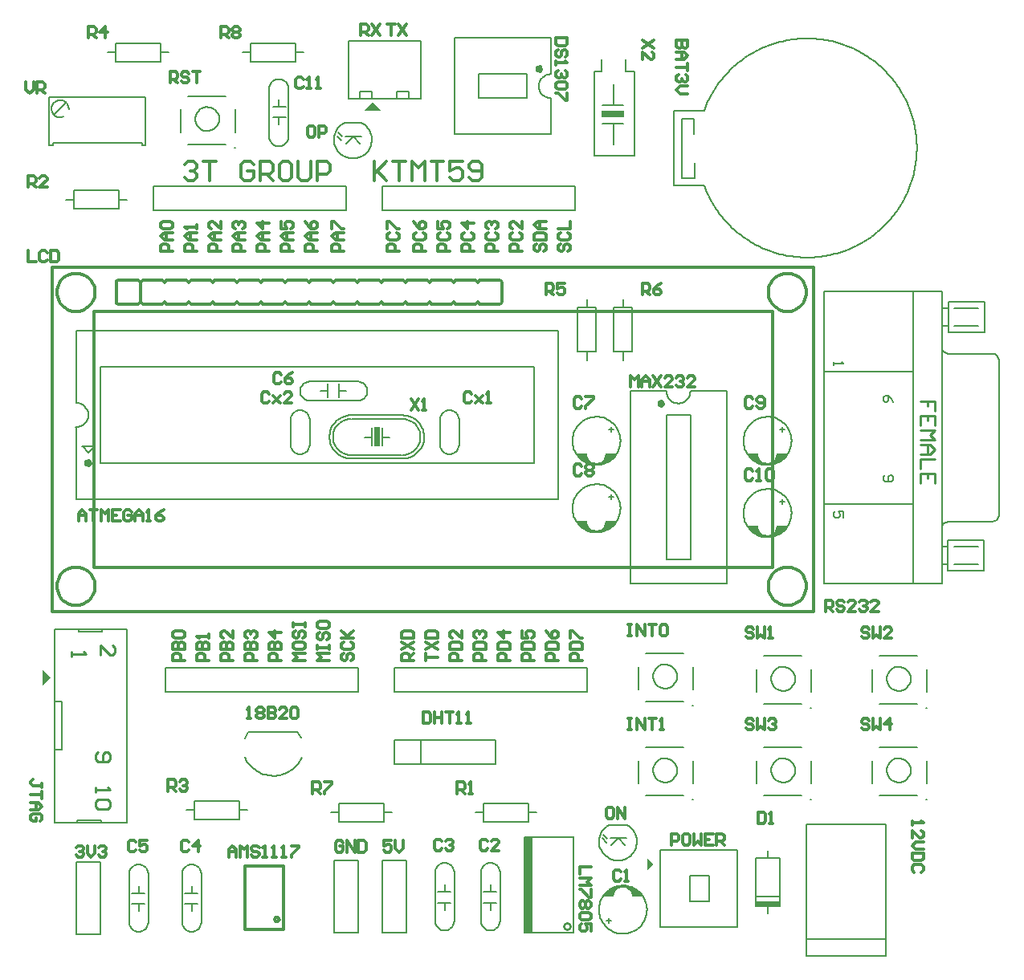
<source format=gto>
G04 Layer_Color=65535*
%FSTAX44Y44*%
%MOMM*%
G71*
G01*
G75*
%ADD54C,0.3000*%
%ADD55C,0.1778*%
%ADD56C,0.1780*%
%ADD57C,0.3810*%
%ADD58C,0.1524*%
%ADD59C,0.2000*%
%ADD60C,0.2540*%
%ADD61C,0.2032*%
%ADD62R,2.5400X0.5080*%
%ADD63R,2.3368X0.7366*%
%ADD64R,0.9144X10.1346*%
G36*
X0029845Y0054864D02*
X0028956Y0053975D01*
Y0055753D01*
X0029845Y0054864D01*
D02*
G37*
G36*
X01074166Y0070612D02*
X0106934Y00701802D01*
X0106426Y00698754D01*
X01056386Y00696976D01*
X01049274Y00697484D01*
X01042924Y00699262D01*
X01039114Y00701548D01*
X01036574Y0070358D01*
X01034288Y00706628D01*
X0103251Y0070866D01*
X01044448D01*
Y00706882D01*
X0104521Y00704342D01*
X01046226Y00702818D01*
X01048004Y00701294D01*
X01049782Y00700024D01*
X0105156Y00699262D01*
X010541Y00699008D01*
X0105664Y00699262D01*
X01058926Y00700024D01*
X01060958Y00701294D01*
X01062228Y00703072D01*
X01063244Y00705612D01*
X01063752Y0070866D01*
X01075436D01*
X01074166Y0070612D01*
D02*
G37*
G36*
X00906526Y00328676D02*
X00912876Y00326898D01*
X00916686Y00324612D01*
X00919226Y0032258D01*
X00921512Y00319532D01*
X0092329Y003175D01*
X00911352D01*
Y00319278D01*
X0091059Y00321818D01*
X00909574Y00323342D01*
X00907796Y00324866D01*
X00906018Y00326136D01*
X0090424Y00326898D01*
X009017Y00327152D01*
X0089916Y00326898D01*
X00896874Y00326136D01*
X00894842Y00324866D01*
X00893572Y00323088D01*
X00892556Y00320548D01*
X00892048Y003175D01*
X00880364D01*
X00881634Y0032004D01*
X0088646Y00324358D01*
X0089154Y00327406D01*
X00899414Y00329184D01*
X00906526Y00328676D01*
D02*
G37*
G36*
X0093345Y0035179D02*
X009271Y0034544D01*
Y0035814D01*
X0093345Y0035179D01*
D02*
G37*
G36*
X00893826Y007112D02*
X00889Y00706882D01*
X0088392Y00703834D01*
X00876046Y00702056D01*
X00868934Y00702564D01*
X00862584Y00704342D01*
X00858774Y00706628D01*
X00856234Y0070866D01*
X00853948Y00711708D01*
X0085217Y0071374D01*
X00864108D01*
Y00711962D01*
X0086487Y00709422D01*
X00865886Y00707898D01*
X00867664Y00706374D01*
X00869442Y00705104D01*
X0087122Y00704342D01*
X0087376Y00704088D01*
X008763Y00704342D01*
X00878586Y00705104D01*
X00880618Y00706374D01*
X00881888Y00708152D01*
X00882904Y00710692D01*
X00883412Y0071374D01*
X00895096D01*
X00893826Y007112D01*
D02*
G37*
G36*
X00645541Y00792734D02*
X00639699D01*
Y008128D01*
X00645541D01*
Y00792734D01*
D02*
G37*
G36*
X00637667Y01155827D02*
X00646557Y01146937D01*
X00628523D01*
X00637667Y01156081D01*
Y01155827D01*
D02*
G37*
G36*
X00893826Y0078232D02*
X00889Y00778002D01*
X0088392Y00774954D01*
X00876046Y00773176D01*
X00868934Y00773684D01*
X00862584Y00775462D01*
X00858774Y00777748D01*
X00856234Y0077978D01*
X00853948Y00782828D01*
X0085217Y0078486D01*
X00864108D01*
Y00783082D01*
X0086487Y00780542D01*
X00865886Y00779018D01*
X00867664Y00777494D01*
X00869442Y00776224D01*
X0087122Y00775462D01*
X0087376Y00775208D01*
X008763Y00775462D01*
X00878586Y00776224D01*
X00880618Y00777494D01*
X00881888Y00779272D01*
X00882904Y00781812D01*
X00883412Y0078486D01*
X00895096D01*
X00893826Y0078232D01*
D02*
G37*
G36*
X01074166D02*
X0106934Y00778002D01*
X0106426Y00774954D01*
X01056386Y00773176D01*
X01049274Y00773684D01*
X01042924Y00775462D01*
X01039114Y00777748D01*
X01036574Y0077978D01*
X01034288Y00782828D01*
X0103251Y0078486D01*
X01044448D01*
Y00783082D01*
X0104521Y00780542D01*
X01046226Y00779018D01*
X01048004Y00777494D01*
X01049782Y00776224D01*
X0105156Y00775462D01*
X010541Y00775208D01*
X0105664Y00775462D01*
X01058926Y00776224D01*
X01060958Y00777494D01*
X01062228Y00779272D01*
X01063244Y00781812D01*
X01063752Y0078486D01*
X01075436D01*
X01074166Y0078232D01*
D02*
G37*
D54*
X0077142Y0094236D02*
X007732Y00943263D01*
X0077382Y0094516D01*
X0077382Y0096516D02*
X007732Y00967057D01*
X0077142Y0096796D01*
X0036982D02*
X0036804Y00967057D01*
X0036742Y0096516D01*
X0036742Y0094516D02*
X0036804Y00943263D01*
X0036982Y0094236D01*
X00345201Y0095516D02*
X00345042Y00957677D01*
X0034457Y00960154D01*
X0034379Y00962552D01*
X00342717Y00964834D01*
X00341365Y00966963D01*
X00339758Y00968906D01*
X0033792Y00970632D01*
X0033588Y00972114D01*
X0033367Y00973329D01*
X00331325Y00974258D01*
X00328883Y00974885D01*
X00326381Y00975201D01*
X00323859D01*
X00321357Y00974885D01*
X00318915Y00974258D01*
X0031657Y00973329D01*
X0031436Y00972114D01*
X0031232Y00970632D01*
X00310482Y00968906D01*
X00308875Y00966963D01*
X00307523Y00964834D01*
X0030645Y00962552D01*
X0030567Y00960154D01*
X00305198Y00957677D01*
X0030504Y0095516D01*
X00305198Y00952643D01*
X0030567Y00950166D01*
X0030645Y00947768D01*
X00307523Y00945486D01*
X00308875Y00943357D01*
X00310482Y00941414D01*
X0031232Y00939688D01*
X0031436Y00938205D01*
X0031657Y00936991D01*
X00318915Y00936062D01*
X00321357Y00935435D01*
X00323859Y00935119D01*
X00326381D01*
X00328883Y00935435D01*
X00331325Y00936062D01*
X0033367Y00936991D01*
X0033588Y00938205D01*
X0033792Y00939688D01*
X00339758Y00941414D01*
X00341365Y00943357D01*
X00342717Y00945486D01*
X0034379Y00947768D01*
X0034457Y00950166D01*
X00345042Y00952643D01*
X00345201Y0095516D01*
Y0064516D02*
X00345042Y00647677D01*
X0034457Y00650154D01*
X0034379Y00652552D01*
X00342717Y00654834D01*
X00341365Y00656963D01*
X00339758Y00658906D01*
X0033792Y00660632D01*
X0033588Y00662114D01*
X0033367Y00663329D01*
X00331325Y00664258D01*
X00328883Y00664885D01*
X00326381Y00665201D01*
X00323859D01*
X00321357Y00664885D01*
X00318915Y00664258D01*
X0031657Y00663329D01*
X0031436Y00662114D01*
X0031232Y00660632D01*
X00310482Y00658906D01*
X00308875Y00656963D01*
X00307523Y00654834D01*
X0030645Y00652552D01*
X0030567Y00650154D01*
X00305198Y00647677D01*
X0030504Y0064516D01*
X00305198Y00642643D01*
X0030567Y00640166D01*
X0030645Y00637768D01*
X00307523Y00635486D01*
X00308875Y00633357D01*
X00310482Y00631414D01*
X0031232Y00629688D01*
X0031436Y00628205D01*
X0031657Y00626991D01*
X00318915Y00626062D01*
X00321357Y00625435D01*
X00323859Y00625119D01*
X00326381D01*
X00328883Y00625435D01*
X00331325Y00626062D01*
X0033367Y00626991D01*
X0033588Y00628205D01*
X0033792Y00629688D01*
X00339758Y00631414D01*
X00341365Y00633357D01*
X00342717Y00635486D01*
X0034379Y00637768D01*
X0034457Y00640166D01*
X00345042Y00642643D01*
X00345201Y0064516D01*
X01095201D02*
X01095042Y00647677D01*
X0109457Y00650154D01*
X0109379Y00652552D01*
X01092717Y00654834D01*
X01091366Y00656963D01*
X01089758Y00658906D01*
X0108792Y00660632D01*
X0108588Y00662114D01*
X0108367Y00663329D01*
X01081325Y00664258D01*
X01078883Y00664885D01*
X01076381Y00665201D01*
X01073859D01*
X01071357Y00664885D01*
X01068915Y00664258D01*
X0106657Y00663329D01*
X0106436Y00662114D01*
X0106232Y00660632D01*
X01060482Y00658906D01*
X01058875Y00656963D01*
X01057523Y00654834D01*
X0105645Y00652552D01*
X0105567Y00650154D01*
X01055198Y00647677D01*
X0105504Y0064516D01*
X01055198Y00642643D01*
X0105567Y00640166D01*
X0105645Y00637768D01*
X01057523Y00635486D01*
X01058875Y00633357D01*
X01060482Y00631414D01*
X0106232Y00629688D01*
X0106436Y00628205D01*
X0106657Y00626991D01*
X01068915Y00626062D01*
X01071357Y00625435D01*
X01073859Y00625119D01*
X01076381D01*
X01078883Y00625435D01*
X01081325Y00626062D01*
X0108367Y00626991D01*
X0108588Y00628205D01*
X0108792Y00629688D01*
X01089758Y00631414D01*
X01091366Y00633357D01*
X01092717Y00635486D01*
X0109379Y00637768D01*
X0109457Y00640166D01*
X01095042Y00642643D01*
X01095201Y0064516D01*
Y0095516D02*
X01095042Y00957677D01*
X0109457Y00960154D01*
X0109379Y00962552D01*
X01092717Y00964834D01*
X01091366Y00966963D01*
X01089758Y00968906D01*
X0108792Y00970632D01*
X0108588Y00972114D01*
X0108367Y00973329D01*
X01081325Y00974258D01*
X01078883Y00974885D01*
X01076381Y00975201D01*
X01073859D01*
X01071357Y00974885D01*
X01068915Y00974258D01*
X0106657Y00973329D01*
X0106436Y00972114D01*
X0106232Y00970632D01*
X01060482Y00968906D01*
X01058875Y00966963D01*
X01057523Y00964834D01*
X0105645Y00962552D01*
X0105567Y00960154D01*
X01055198Y00957677D01*
X0105504Y0095516D01*
X01055198Y00952643D01*
X0105567Y00950166D01*
X0105645Y00947768D01*
X01057523Y00945486D01*
X01058875Y00943357D01*
X01060482Y00941414D01*
X0106232Y00939688D01*
X0106436Y00938205D01*
X0106657Y00936991D01*
X01068915Y00936062D01*
X01071357Y00935435D01*
X01073859Y00935119D01*
X01076381D01*
X01078883Y00935435D01*
X01081325Y00936062D01*
X0108367Y00936991D01*
X0108588Y00938205D01*
X0108792Y00939688D01*
X01089758Y00941414D01*
X01091366Y00943357D01*
X01092717Y00945486D01*
X0109379Y00947768D01*
X0109457Y00950166D01*
X01095042Y00952643D01*
X01095201Y0095516D01*
X00539492Y0029337D02*
X00538242Y00295535D01*
X00535742D01*
X00534492Y0029337D01*
X00535742Y00291205D01*
X00538242D01*
X00539492Y0029337D01*
X00300125Y0098166D02*
X01103125D01*
Y0061866D02*
Y0098166D01*
X00300125Y0061866D02*
X01103125D01*
X00300125D02*
Y0098166D01*
X00344125Y0093516D02*
X01059125D01*
Y0066516D02*
Y0093516D01*
X00344125Y0066516D02*
X01059125D01*
X00344125D02*
Y0093516D01*
X0077382Y0094516D02*
Y0096516D01*
X0075082Y0094236D02*
X0077118D01*
X0074842Y00945D02*
X0075096Y0094246D01*
X0075082Y0096796D02*
X0077128D01*
X0074842Y0096532D02*
X0075096Y0096786D01*
X0072302Y0096532D02*
X0072556Y0096786D01*
X0072542Y0096796D02*
X0074588D01*
Y0096786D02*
X0074842Y0096532D01*
X0072302Y00945D02*
X0072556Y0094246D01*
X0074578Y0094236D02*
X0074588Y0094246D01*
X0072542Y0094236D02*
X0074578D01*
X0074588Y0094246D02*
X0074842Y00945D01*
X0074588Y0094236D02*
Y0094246D01*
X0069762Y0096532D02*
X0070016Y0096786D01*
X0070002Y0096796D02*
X0072048D01*
Y0096786D02*
X0072302Y0096532D01*
X0069762Y00945D02*
X0070016Y0094246D01*
X0072038Y0094236D02*
X0072048Y0094246D01*
X0070002Y0094236D02*
X0072038D01*
X0072048Y0094246D02*
X0072302Y00945D01*
X0072048Y0094236D02*
Y0094246D01*
X0067222Y0096532D02*
X0067476Y0096786D01*
X0067462Y0096796D02*
X0069508D01*
Y0096786D02*
X0069762Y0096532D01*
X0067222Y00945D02*
X0067476Y0094246D01*
X0069498Y0094236D02*
X0069508Y0094246D01*
X0067462Y0094236D02*
X0069498D01*
X0069508Y0094246D02*
X0069762Y00945D01*
X0069508Y0094236D02*
Y0094246D01*
X0064682Y0096532D02*
X0064936Y0096786D01*
X0064922Y0096796D02*
X0066968D01*
Y0096786D02*
X0067222Y0096532D01*
X0064682Y00945D02*
X0064936Y0094246D01*
X0066958Y0094236D02*
X0066968Y0094246D01*
X0064922Y0094236D02*
X0066958D01*
X0066968Y0094246D02*
X0067222Y00945D01*
X0066968Y0094236D02*
Y0094246D01*
X0062142Y0096532D02*
X0062396Y0096786D01*
X0062382Y0096796D02*
X0064428D01*
Y0096786D02*
X0064682Y0096532D01*
X0062142Y00945D02*
X0062396Y0094246D01*
X0064418Y0094236D02*
X0064428Y0094246D01*
X0062382Y0094236D02*
X0064418D01*
X0064428Y0094246D02*
X0064682Y00945D01*
X0064428Y0094236D02*
Y0094246D01*
Y0094236D02*
Y0094246D01*
X0064682Y00945D01*
X0062382Y0094236D02*
X0064418D01*
X0064428Y0094246D01*
X0059348Y0094236D02*
Y0094246D01*
X0059602Y00945D01*
Y009449D02*
Y00945D01*
Y009449D02*
X0059856Y0094236D01*
X0057302D02*
X0059338D01*
X0059348Y0094246D01*
X0059856Y0094236D02*
X0061888D01*
Y0094246D01*
X0062142Y00945D01*
X0062396Y0094246D01*
X0054268Y0094236D02*
Y0094246D01*
X0054522Y00945D01*
Y009449D02*
Y00945D01*
Y009449D02*
X0054776Y0094236D01*
X0052222D02*
X0054258D01*
X0054268Y0094246D01*
X0054776Y0094236D02*
X0056808D01*
Y0094246D01*
X0057062Y00945D01*
X0057316Y0094246D01*
X0049188Y0094236D02*
Y0094246D01*
X0049442Y00945D01*
Y009449D02*
Y00945D01*
Y009449D02*
X0049696Y0094236D01*
X0047142D02*
X0049178D01*
X0049188Y0094246D01*
X0049696Y0094236D02*
X0051728D01*
Y0094246D01*
X0051982Y00945D01*
X0052236Y0094246D01*
X0044108Y0094236D02*
Y0094246D01*
X0044362Y00945D01*
Y009449D02*
Y00945D01*
Y009449D02*
X0044616Y0094236D01*
X0042062D02*
X0044098D01*
X0044108Y0094246D01*
X0044616Y0094236D02*
X0046648D01*
Y0094246D01*
X0046902Y00945D01*
X0047156Y0094246D01*
X0064428Y0096786D02*
X0064682Y0096532D01*
X0062382Y0096796D02*
X0064428D01*
X0059348Y0096786D02*
X0059602Y0096532D01*
X0059856Y0096786D01*
X0057302Y0096796D02*
X0059348D01*
X0061888Y0096786D02*
X0062142Y0096532D01*
X0062396Y0096786D01*
X0059856Y0096796D02*
X0061888D01*
Y0096786D02*
Y0096796D01*
X0054268Y0096786D02*
X0054522Y0096532D01*
X0054776Y0096786D01*
X0052222Y0096796D02*
X0054268D01*
X0056808Y0096786D02*
X0057062Y0096532D01*
X0057316Y0096786D01*
X0054776Y0096796D02*
X0056808D01*
Y0096786D02*
Y0096796D01*
X0049188Y0096786D02*
X0049442Y0096532D01*
X0049696Y0096786D01*
X0047142Y0096796D02*
X0049188D01*
X0051728Y0096786D02*
X0051982Y0096532D01*
X0052236Y0096786D01*
X0049696Y0096796D02*
X0051728D01*
Y0096786D02*
Y0096796D01*
X0044108Y0096786D02*
X0044362Y0096532D01*
X0044616Y0096786D01*
X0042062Y0096796D02*
X0044108D01*
X0046648Y0096786D02*
X0046902Y0096532D01*
X0047156Y0096786D01*
X0044616Y0096796D02*
X0046648D01*
Y0096786D02*
Y0096796D01*
X0041822Y00945D02*
X0042076Y0094246D01*
X0041568D02*
X0041822Y00945D01*
X0041568Y0094236D02*
Y0094246D01*
X0039536Y0094236D02*
X0041568D01*
X0039018D02*
X0039028Y0094246D01*
X0036982Y0094236D02*
X0039018D01*
X0041568Y0096786D02*
Y0096796D01*
X0039536D02*
X0041568D01*
X0041822Y0096532D02*
X0042076Y0096786D01*
X0041568D02*
X0041822Y0096532D01*
X0036982Y0096796D02*
X0039028D01*
X0039282Y009449D02*
X0039536Y0094236D01*
X0039282Y009449D02*
Y00945D01*
X0039028Y0094246D02*
X0039282Y00945D01*
X0039028Y0094236D02*
Y0094246D01*
X0039282Y0096532D02*
X0039536Y0096786D01*
X0039028D02*
X0039282Y0096532D01*
X0036742Y0094516D02*
Y0096516D01*
X0039282Y00945D02*
Y0096532D01*
X0054356Y0028268D02*
Y0034978D01*
X0050292Y0028268D02*
Y0034978D01*
Y0028268D02*
X0054356D01*
X0050292Y0034978D02*
X0054356D01*
X0027226Y01176926D02*
Y01168929D01*
X00276259Y0116493D01*
X00280257Y01168929D01*
Y01176926D01*
X00284256Y0116493D02*
Y01176926D01*
X00290254D01*
X00292253Y01174927D01*
Y01170928D01*
X00290254Y01168929D01*
X00284256D01*
X00288255D02*
X00292253Y0116493D01*
X0104394Y00406966D02*
Y0039497D01*
X01049938D01*
X01051937Y00396969D01*
Y00404967D01*
X01049938Y00406966D01*
X0104394D01*
X01055936Y0039497D02*
X01059935D01*
X01057935D01*
Y00406966D01*
X01055936Y00404967D01*
X00478Y0122335D02*
Y01235346D01*
X00483998D01*
X00485997Y01233347D01*
Y01229348D01*
X00483998Y01227349D01*
X00478D01*
X00481999D02*
X00485997Y0122335D01*
X00489996Y01233347D02*
X00491996Y01235346D01*
X00495994D01*
X00497994Y01233347D01*
Y01231347D01*
X00495994Y01229348D01*
X00497994Y01227349D01*
Y01225349D01*
X00495994Y0122335D01*
X00491996D01*
X00489996Y01225349D01*
Y01227349D01*
X00491996Y01229348D01*
X00489996Y01231347D01*
Y01233347D01*
X00491996Y01229348D02*
X00495994D01*
X00574958Y01130866D02*
X00570959D01*
X0056896Y01128867D01*
Y01120869D01*
X00570959Y0111887D01*
X00574958D01*
X00576957Y01120869D01*
Y01128867D01*
X00574958Y01130866D01*
X00580956Y0111887D02*
Y01130866D01*
X00586954D01*
X00588954Y01128867D01*
Y01124868D01*
X00586954Y01122869D01*
X00580956D01*
X00843056Y0122335D02*
X0083106D01*
Y01217352D01*
X00833059Y01215353D01*
X00841057D01*
X00843056Y01217352D01*
Y0122335D01*
X00841057Y01203356D02*
X00843056Y01205356D01*
Y01209354D01*
X00841057Y01211354D01*
X00839057D01*
X00837058Y01209354D01*
Y01205356D01*
X00835059Y01203356D01*
X00833059D01*
X0083106Y01205356D01*
Y01209354D01*
X00833059Y01211354D01*
X0083106Y01199358D02*
Y01195359D01*
Y01197358D01*
X00843056D01*
X00841057Y01199358D01*
Y01189361D02*
X00843056Y01187362D01*
Y01183363D01*
X00841057Y01181364D01*
X00839057D01*
X00837058Y01183363D01*
Y01185362D01*
Y01183363D01*
X00835059Y01181364D01*
X00833059D01*
X0083106Y01183363D01*
Y01187362D01*
X00833059Y01189361D01*
X00841057Y01177365D02*
X00843056Y01175366D01*
Y01171367D01*
X00841057Y01169368D01*
X00833059D01*
X0083106Y01171367D01*
Y01175366D01*
X00833059Y01177365D01*
X00841057D01*
X00843056Y01165369D02*
Y01157371D01*
X00841057D01*
X00833059Y01165369D01*
X0083106D01*
X00657729Y0037674D02*
X00649732D01*
Y00370742D01*
X00653731Y00372741D01*
X0065573D01*
X00657729Y00370742D01*
Y00366743D01*
X0065573Y00364744D01*
X00651731D01*
X00649732Y00366743D01*
X00661728Y0037674D02*
Y00368743D01*
X00665727Y00364744D01*
X00669725Y00368743D01*
Y0037674D01*
X00606929Y00374741D02*
X0060493Y0037674D01*
X00600931D01*
X00598932Y00374741D01*
Y00366743D01*
X00600931Y00364744D01*
X0060493D01*
X00606929Y00366743D01*
Y00370742D01*
X00602931D01*
X00610928Y00364744D02*
Y0037674D01*
X00618926Y00364744D01*
Y0037674D01*
X00622924D02*
Y00364744D01*
X00628922D01*
X00630922Y00366743D01*
Y00374741D01*
X00628922Y0037674D01*
X00622924D01*
X00934496Y0122081D02*
X009225Y01212813D01*
X00934496D02*
X009225Y0122081D01*
Y01200816D02*
Y01208814D01*
X00930497Y01200816D01*
X00932497D01*
X00934496Y01202816D01*
Y01206814D01*
X00932497Y01208814D01*
X0067818Y00842576D02*
X00686177Y0083058D01*
Y00842576D02*
X0067818Y0083058D01*
X00690176D02*
X00694175D01*
X00692176D01*
Y00842576D01*
X00690176Y00840577D01*
X01161157Y00503519D02*
X01159158Y00505518D01*
X01155159D01*
X0115316Y00503519D01*
Y00501519D01*
X01155159Y0049952D01*
X01159158D01*
X01161157Y00497521D01*
Y00495521D01*
X01159158Y00493522D01*
X01155159D01*
X0115316Y00495521D01*
X01165156Y00505518D02*
Y00493522D01*
X01169155Y00497521D01*
X01173154Y00493522D01*
Y00505518D01*
X0118315Y00493522D02*
Y00505518D01*
X01177152Y0049952D01*
X0118515D01*
X01039237Y00503519D02*
X01037238Y00505518D01*
X01033239D01*
X0103124Y00503519D01*
Y00501519D01*
X01033239Y0049952D01*
X01037238D01*
X01039237Y00497521D01*
Y00495521D01*
X01037238Y00493522D01*
X01033239D01*
X0103124Y00495521D01*
X01043236Y00505518D02*
Y00493522D01*
X01047235Y00497521D01*
X01051234Y00493522D01*
Y00505518D01*
X01055232Y00503519D02*
X01057232Y00505518D01*
X0106123D01*
X0106323Y00503519D01*
Y00501519D01*
X0106123Y0049952D01*
X01059231D01*
X0106123D01*
X0106323Y00497521D01*
Y00495521D01*
X0106123Y00493522D01*
X01057232D01*
X01055232Y00495521D01*
X01161157Y00600039D02*
X01159158Y00602038D01*
X01155159D01*
X0115316Y00600039D01*
Y00598039D01*
X01155159Y0059604D01*
X01159158D01*
X01161157Y00594041D01*
Y00592041D01*
X01159158Y00590042D01*
X01155159D01*
X0115316Y00592041D01*
X01165156Y00602038D02*
Y00590042D01*
X01169155Y00594041D01*
X01173154Y00590042D01*
Y00602038D01*
X0118515Y00590042D02*
X01177152D01*
X0118515Y00598039D01*
Y00600039D01*
X0118315Y00602038D01*
X01179152D01*
X01177152Y00600039D01*
X01039237D02*
X01037238Y00602038D01*
X01033239D01*
X0103124Y00600039D01*
Y00598039D01*
X01033239Y0059604D01*
X01037238D01*
X01039237Y00594041D01*
Y00592041D01*
X01037238Y00590042D01*
X01033239D01*
X0103124Y00592041D01*
X01043236Y00602038D02*
Y00590042D01*
X01047235Y00594041D01*
X01051234Y00590042D01*
Y00602038D01*
X01055232Y00590042D02*
X01059231D01*
X01057232D01*
Y00602038D01*
X01055232Y00600039D01*
X0042418Y0117602D02*
Y01188016D01*
X00430178D01*
X00432177Y01186017D01*
Y01182018D01*
X00430178Y01180019D01*
X0042418D01*
X00428179D02*
X00432177Y0117602D01*
X00444174Y01186017D02*
X00442174Y01188016D01*
X00438176D01*
X00436176Y01186017D01*
Y01184017D01*
X00438176Y01182018D01*
X00442174D01*
X00444174Y01180019D01*
Y01178019D01*
X00442174Y0117602D01*
X00438176D01*
X00436176Y01178019D01*
X00448172Y01188016D02*
X0045617D01*
X00452171D01*
Y0117602D01*
X0111506Y0061849D02*
Y00630486D01*
X01121058D01*
X01123057Y00628487D01*
Y00624488D01*
X01121058Y00622489D01*
X0111506D01*
X01119059D02*
X01123057Y0061849D01*
X01135053Y00628487D02*
X01133054Y00630486D01*
X01129055D01*
X01127056Y00628487D01*
Y00626487D01*
X01129055Y00624488D01*
X01133054D01*
X01135053Y00622489D01*
Y00620489D01*
X01133054Y0061849D01*
X01129055D01*
X01127056Y00620489D01*
X0114705Y0061849D02*
X01139052D01*
X0114705Y00626487D01*
Y00628487D01*
X0114505Y00630486D01*
X01141052D01*
X01139052Y00628487D01*
X01151048D02*
X01153048Y00630486D01*
X01157046D01*
X01159046Y00628487D01*
Y00626487D01*
X01157046Y00624488D01*
X01155047D01*
X01157046D01*
X01159046Y00622489D01*
Y00620489D01*
X01157046Y0061849D01*
X01153048D01*
X01151048Y00620489D01*
X01171042Y0061849D02*
X01163045D01*
X01171042Y00626487D01*
Y00628487D01*
X01169043Y00630486D01*
X01165044D01*
X01163045Y00628487D01*
X00574802Y00426466D02*
Y00438462D01*
X005808D01*
X00582799Y00436463D01*
Y00432464D01*
X005808Y00430465D01*
X00574802D01*
X00578801D02*
X00582799Y00426466D01*
X00586798Y00438462D02*
X00594795D01*
Y00436463D01*
X00586798Y00428465D01*
Y00426466D01*
X0092202Y009525D02*
Y00964496D01*
X00928018D01*
X00930017Y00962497D01*
Y00958498D01*
X00928018Y00956499D01*
X0092202D01*
X00926019D02*
X00930017Y009525D01*
X00942013Y00964496D02*
X00938015Y00962497D01*
X00934016Y00958498D01*
Y00954499D01*
X00936015Y009525D01*
X00940014D01*
X00942013Y00954499D01*
Y00956499D01*
X00940014Y00958498D01*
X00934016D01*
X0082042Y009525D02*
Y00964496D01*
X00826418D01*
X00828417Y00962497D01*
Y00958498D01*
X00826418Y00956499D01*
X0082042D01*
X00824419D02*
X00828417Y009525D01*
X00840414Y00964496D02*
X00832416D01*
Y00958498D01*
X00836415Y00960497D01*
X00838414D01*
X00840414Y00958498D01*
Y00954499D01*
X00838414Y009525D01*
X00834416D01*
X00832416Y00954499D01*
X003383Y0122335D02*
Y01235346D01*
X00344298D01*
X00346297Y01233347D01*
Y01229348D01*
X00344298Y01227349D01*
X003383D01*
X00342299D02*
X00346297Y0122335D01*
X00356294D02*
Y01235346D01*
X00350296Y01229348D01*
X00358293D01*
X00422402Y00429006D02*
Y00441002D01*
X004284D01*
X00430399Y00439003D01*
Y00435004D01*
X004284Y00433005D01*
X00422402D01*
X00426401D02*
X00430399Y00429006D01*
X00434398Y00439003D02*
X00436398Y00441002D01*
X00440396D01*
X00442396Y00439003D01*
Y00437003D01*
X00440396Y00435004D01*
X00438397D01*
X00440396D01*
X00442396Y00433005D01*
Y00431005D01*
X00440396Y00429006D01*
X00436398D01*
X00434398Y00431005D01*
X002748Y0106587D02*
Y01077866D01*
X00280798D01*
X00282797Y01075867D01*
Y01071868D01*
X00280798Y01069869D01*
X002748D01*
X00278799D02*
X00282797Y0106587D01*
X00294793D02*
X00286796D01*
X00294793Y01073867D01*
Y01075867D01*
X00292794Y01077866D01*
X00288796D01*
X00286796Y01075867D01*
X00727202Y00426466D02*
Y00438462D01*
X007332D01*
X00735199Y00436463D01*
Y00432464D01*
X007332Y00430465D01*
X00727202D01*
X00731201D02*
X00735199Y00426466D01*
X00739198D02*
X00743197D01*
X00741198D01*
Y00438462D01*
X00739198Y00436463D01*
X009525Y0037211D02*
Y00384106D01*
X00958498D01*
X00960497Y00382107D01*
Y00378108D01*
X00958498Y00376109D01*
X009525D01*
X00970494Y00384106D02*
X00966496D01*
X00964496Y00382107D01*
Y00374109D01*
X00966496Y0037211D01*
X00970494D01*
X00972494Y00374109D01*
Y00382107D01*
X00970494Y00384106D01*
X00976492D02*
Y0037211D01*
X00980491Y00376109D01*
X0098449Y0037211D01*
Y00384106D01*
X00996486D02*
X00988488D01*
Y0037211D01*
X00996486D01*
X00988488Y00378108D02*
X00992487D01*
X01000484Y0037211D02*
Y00384106D01*
X01006482D01*
X01008482Y00382107D01*
Y00378108D01*
X01006482Y00376109D01*
X01000484D01*
X01004483D02*
X01008482Y0037211D01*
X00889918Y00412046D02*
X00885919D01*
X0088392Y00410047D01*
Y00402049D01*
X00885919Y0040005D01*
X00889918D01*
X00891917Y00402049D01*
Y00410047D01*
X00889918Y00412046D01*
X00895916Y0040005D02*
Y00412046D01*
X00903913Y0040005D01*
Y00412046D01*
X009098Y0085505D02*
Y00867046D01*
X00913799Y00863047D01*
X00917797Y00867046D01*
Y0085505D01*
X00921796D02*
Y00863047D01*
X00925795Y00867046D01*
X00929793Y00863047D01*
Y0085505D01*
Y00861048D01*
X00921796D01*
X00933792Y00867046D02*
X0094179Y0085505D01*
Y00867046D02*
X00933792Y0085505D01*
X00953786D02*
X00945788D01*
X00953786Y00863047D01*
Y00865047D01*
X00951786Y00867046D01*
X00947788D01*
X00945788Y00865047D01*
X00957785D02*
X00959784Y00867046D01*
X00963783D01*
X00965782Y00865047D01*
Y00863047D01*
X00963783Y00861048D01*
X00961783D01*
X00963783D01*
X00965782Y00859049D01*
Y00857049D01*
X00963783Y0085505D01*
X00959784D01*
X00957785Y00857049D01*
X00977778Y0085505D02*
X00969781D01*
X00977778Y00863047D01*
Y00865047D01*
X00975779Y00867046D01*
X0097178D01*
X00969781Y00865047D01*
X00867976Y0034925D02*
X0085598D01*
Y00341253D01*
Y00337254D02*
X00867976D01*
X00863977Y00333255D01*
X00867976Y00329257D01*
X0085598D01*
X00867976Y00325258D02*
Y0031726D01*
X00865977D01*
X00857979Y00325258D01*
X0085598D01*
X00865977Y00313262D02*
X00867976Y00311262D01*
Y00307264D01*
X00865977Y00305264D01*
X00863977D01*
X00861978Y00307264D01*
X00859979Y00305264D01*
X00857979D01*
X0085598Y00307264D01*
Y00311262D01*
X00857979Y00313262D01*
X00859979D01*
X00861978Y00311262D01*
X00863977Y00313262D01*
X00865977D01*
X00861978Y00311262D02*
Y00307264D01*
X00865977Y00301266D02*
X00867976Y00299266D01*
Y00295268D01*
X00865977Y00293268D01*
X00857979D01*
X0085598Y00295268D01*
Y00299266D01*
X00857979Y00301266D01*
X00865977D01*
X00867976Y00281272D02*
Y00289269D01*
X00861978D01*
X00863977Y00285271D01*
Y00283271D01*
X00861978Y00281272D01*
X00857979D01*
X0085598Y00283271D01*
Y0028727D01*
X00857979Y00289269D01*
X002748Y00999126D02*
Y0098713D01*
X00282797D01*
X00294793Y00997127D02*
X00292794Y00999126D01*
X00288796D01*
X00286796Y00997127D01*
Y00989129D01*
X00288796Y0098713D01*
X00292794D01*
X00294793Y00989129D01*
X00298792Y00999126D02*
Y0098713D01*
X0030479D01*
X0030679Y00989129D01*
Y00997127D01*
X0030479Y00999126D01*
X00298792D01*
X00289336Y00433033D02*
Y00437031D01*
Y00435032D01*
X00279339D01*
X0027734Y00437031D01*
Y00439031D01*
X00279339Y0044103D01*
X00289336Y00429034D02*
Y00421036D01*
Y00425035D01*
X0027734D01*
Y00417038D02*
X00285337D01*
X00289336Y00413039D01*
X00285337Y0040904D01*
X0027734D01*
X00283338D01*
Y00417038D01*
X00287337Y00397044D02*
X00289336Y00399044D01*
Y00403042D01*
X00287337Y00405042D01*
X00279339D01*
X0027734Y00403042D01*
Y00399044D01*
X00279339Y00397044D01*
X00283338D01*
Y00401043D01*
X0090678Y00505518D02*
X00910779D01*
X00908779D01*
Y00493522D01*
X0090678D01*
X00910779D01*
X00916777D02*
Y00505518D01*
X00924774Y00493522D01*
Y00505518D01*
X00928773D02*
X0093677D01*
X00932772D01*
Y00493522D01*
X00940769D02*
X00944768D01*
X00942768D01*
Y00505518D01*
X00940769Y00503519D01*
X0090678Y00604578D02*
X00910779D01*
X00908779D01*
Y00592582D01*
X0090678D01*
X00910779D01*
X00916777D02*
Y00604578D01*
X00924774Y00592582D01*
Y00604578D01*
X00928773D02*
X0093677D01*
X00932772D01*
Y00592582D01*
X00940769Y00602579D02*
X00942768Y00604578D01*
X00946767D01*
X00948766Y00602579D01*
Y00594581D01*
X00946767Y00592582D01*
X00942768D01*
X00940769Y00594581D01*
Y00602579D01*
X0069088Y00512376D02*
Y0050038D01*
X00696878D01*
X00698877Y00502379D01*
Y00510377D01*
X00696878Y00512376D01*
X0069088D01*
X00702876D02*
Y0050038D01*
Y00506378D01*
X00710873D01*
Y00512376D01*
Y0050038D01*
X00714872Y00512376D02*
X0072287D01*
X00718871D01*
Y0050038D01*
X00726868D02*
X00730867D01*
X00728868D01*
Y00512376D01*
X00726868Y00510377D01*
X00736865Y0050038D02*
X00740864D01*
X00738865D01*
Y00512376D01*
X00736865Y00510377D01*
X00528697Y00848197D02*
X00526698Y00850196D01*
X00522699D01*
X005207Y00848197D01*
Y00840199D01*
X00522699Y008382D01*
X00526698D01*
X00528697Y00840199D01*
X00532696Y00846197D02*
X00540694Y008382D01*
X00536695Y00842199D01*
X00540694Y00846197D01*
X00532696Y008382D01*
X0055269D02*
X00544692D01*
X0055269Y00846197D01*
Y00848197D01*
X0055069Y00850196D01*
X00546692D01*
X00544692Y00848197D01*
X00742057D02*
X00740058Y00850196D01*
X00736059D01*
X0073406Y00848197D01*
Y00840199D01*
X00736059Y008382D01*
X00740058D01*
X00742057Y00840199D01*
X00746056Y00846197D02*
X00754053Y008382D01*
X00750055Y00842199D01*
X00754053Y00846197D01*
X00746056Y008382D01*
X00758052D02*
X00762051D01*
X00760052D01*
Y00850196D01*
X00758052Y00848197D01*
X00564737Y01180007D02*
X00562738Y01182006D01*
X00558739D01*
X0055674Y01180007D01*
Y01172009D01*
X00558739Y0117001D01*
X00562738D01*
X00564737Y01172009D01*
X00568736Y0117001D02*
X00572735D01*
X00570736D01*
Y01182006D01*
X00568736Y01180007D01*
X00578733Y0117001D02*
X00582732D01*
X00580732D01*
Y01182006D01*
X00578733Y01180007D01*
X01038729Y00766663D02*
X0103673Y00768662D01*
X01032731D01*
X01030732Y00766663D01*
Y00758665D01*
X01032731Y00756666D01*
X0103673D01*
X01038729Y00758665D01*
X01042728Y00756666D02*
X01046727D01*
X01044727D01*
Y00768662D01*
X01042728Y00766663D01*
X01052725D02*
X01054724Y00768662D01*
X01058723D01*
X01060722Y00766663D01*
Y00758665D01*
X01058723Y00756666D01*
X01054724D01*
X01052725Y00758665D01*
Y00766663D01*
X01038729Y00842863D02*
X0103673Y00844862D01*
X01032731D01*
X01030732Y00842863D01*
Y00834865D01*
X01032731Y00832866D01*
X0103673D01*
X01038729Y00834865D01*
X01042728D02*
X01044727Y00832866D01*
X01048726D01*
X01050725Y00834865D01*
Y00842863D01*
X01048726Y00844862D01*
X01044727D01*
X01042728Y00842863D01*
Y00840863D01*
X01044727Y00838864D01*
X01050725D01*
X00858389Y00771743D02*
X0085639Y00773742D01*
X00852391D01*
X00850392Y00771743D01*
Y00763745D01*
X00852391Y00761746D01*
X0085639D01*
X00858389Y00763745D01*
X00862388Y00771743D02*
X00864388Y00773742D01*
X00868386D01*
X00870386Y00771743D01*
Y00769743D01*
X00868386Y00767744D01*
X00870386Y00765745D01*
Y00763745D01*
X00868386Y00761746D01*
X00864388D01*
X00862388Y00763745D01*
Y00765745D01*
X00864388Y00767744D01*
X00862388Y00769743D01*
Y00771743D01*
X00864388Y00767744D02*
X00868386D01*
X00858389Y00842863D02*
X0085639Y00844862D01*
X00852391D01*
X00850392Y00842863D01*
Y00834865D01*
X00852391Y00832866D01*
X0085639D01*
X00858389Y00834865D01*
X00862388Y00844862D02*
X00870386D01*
Y00842863D01*
X00862388Y00834865D01*
Y00832866D01*
X00541397Y00868517D02*
X00539398Y00870516D01*
X00535399D01*
X005334Y00868517D01*
Y00860519D01*
X00535399Y0085852D01*
X00539398D01*
X00541397Y00860519D01*
X00553394Y00870516D02*
X00549395Y00868517D01*
X00545396Y00864518D01*
Y00860519D01*
X00547396Y0085852D01*
X00551394D01*
X00553394Y00860519D01*
Y00862519D01*
X00551394Y00864518D01*
X00545396D01*
X00388235Y00374995D02*
X00386236Y00376994D01*
X00382237D01*
X00380238Y00374995D01*
Y00366997D01*
X00382237Y00364998D01*
X00386236D01*
X00388235Y00366997D01*
X00400232Y00376994D02*
X00392234D01*
Y00370996D01*
X00396233Y00372995D01*
X00398232D01*
X00400232Y00370996D01*
Y00366997D01*
X00398232Y00364998D01*
X00394234D01*
X00392234Y00366997D01*
X00444115Y00374995D02*
X00442116Y00376994D01*
X00438117D01*
X00436118Y00374995D01*
Y00366997D01*
X00438117Y00364998D01*
X00442116D01*
X00444115Y00366997D01*
X00454112Y00364998D02*
Y00376994D01*
X00448114Y00370996D01*
X00456111D01*
X00710815Y00376265D02*
X00708816Y00378264D01*
X00704817D01*
X00702818Y00376265D01*
Y00368267D01*
X00704817Y00366268D01*
X00708816D01*
X00710815Y00368267D01*
X00714814Y00376265D02*
X00716814Y00378264D01*
X00720812D01*
X00722812Y00376265D01*
Y00374265D01*
X00720812Y00372266D01*
X00718813D01*
X00720812D01*
X00722812Y00370267D01*
Y00368267D01*
X00720812Y00366268D01*
X00716814D01*
X00714814Y00368267D01*
X00759075Y00376265D02*
X00757076Y00378264D01*
X00753077D01*
X00751078Y00376265D01*
Y00368267D01*
X00753077Y00366268D01*
X00757076D01*
X00759075Y00368267D01*
X00771071Y00366268D02*
X00763074D01*
X00771071Y00374265D01*
Y00376265D01*
X00769072Y00378264D01*
X00765073D01*
X00763074Y00376265D01*
X00899537Y00344007D02*
X00897538Y00346006D01*
X00893539D01*
X0089154Y00344007D01*
Y00336009D01*
X00893539Y0033401D01*
X00897538D01*
X00899537Y00336009D01*
X00903536Y0033401D02*
X00907535D01*
X00905536D01*
Y00346006D01*
X00903536Y00344007D01*
X00970056Y0122081D02*
X0095806D01*
Y01214812D01*
X00960059Y01212813D01*
X00962059D01*
X00964058Y01214812D01*
Y0122081D01*
Y01214812D01*
X00966057Y01212813D01*
X00968057D01*
X00970056Y01214812D01*
Y0122081D01*
X0095806Y01208814D02*
X00966057D01*
X00970056Y01204815D01*
X00966057Y01200816D01*
X0095806D01*
X00964058D01*
Y01208814D01*
X00970056Y01196818D02*
Y0118882D01*
Y01192819D01*
X0095806D01*
X00968057Y01184822D02*
X00970056Y01182822D01*
Y01178824D01*
X00968057Y01176824D01*
X00966057D01*
X00964058Y01178824D01*
Y01180823D01*
Y01178824D01*
X00962059Y01176824D01*
X00960059D01*
X0095806Y01178824D01*
Y01182822D01*
X00960059Y01184822D01*
X00970056Y01172825D02*
X00962059D01*
X0095806Y01168827D01*
X00962059Y01164828D01*
X00970056D01*
X0032766Y0071374D02*
Y00721737D01*
X00331659Y00725736D01*
X00335657Y00721737D01*
Y0071374D01*
Y00719738D01*
X0032766D01*
X00339656Y00725736D02*
X00347654D01*
X00343655D01*
Y0071374D01*
X00351652D02*
Y00725736D01*
X00355651Y00721737D01*
X0035965Y00725736D01*
Y0071374D01*
X00371646Y00725736D02*
X00363648D01*
Y0071374D01*
X00371646D01*
X00363648Y00719738D02*
X00367647D01*
X00383642Y00723737D02*
X00381642Y00725736D01*
X00377644D01*
X00375644Y00723737D01*
Y00715739D01*
X00377644Y0071374D01*
X00381642D01*
X00383642Y00715739D01*
Y00719738D01*
X00379643D01*
X00387641Y0071374D02*
Y00721737D01*
X00391639Y00725736D01*
X00395638Y00721737D01*
Y0071374D01*
Y00719738D01*
X00387641D01*
X00399637Y0071374D02*
X00403635D01*
X00401636D01*
Y00725736D01*
X00399637Y00723737D01*
X00417631Y00725736D02*
X00413632Y00723737D01*
X00409633Y00719738D01*
Y00715739D01*
X00411633Y0071374D01*
X00415631D01*
X00417631Y00715739D01*
Y00717739D01*
X00415631Y00719738D01*
X00409633D01*
X00486156Y0035941D02*
Y00367407D01*
X00490155Y00371406D01*
X00494153Y00367407D01*
Y0035941D01*
Y00365408D01*
X00486156D01*
X00498152Y0035941D02*
Y00371406D01*
X00502151Y00367407D01*
X00506149Y00371406D01*
Y0035941D01*
X00518146Y00369407D02*
X00516146Y00371406D01*
X00512148D01*
X00510148Y00369407D01*
Y00367407D01*
X00512148Y00365408D01*
X00516146D01*
X00518146Y00363409D01*
Y00361409D01*
X00516146Y0035941D01*
X00512148D01*
X00510148Y00361409D01*
X00522144Y0035941D02*
X00526143D01*
X00524144D01*
Y00371406D01*
X00522144Y00369407D01*
X00532141Y0035941D02*
X0053614D01*
X00534141D01*
Y00371406D01*
X00532141Y00369407D01*
X00542138Y0035941D02*
X00546137D01*
X00544137D01*
Y00371406D01*
X00542138Y00369407D01*
X00552135Y00371406D02*
X00560132D01*
Y00369407D01*
X00552135Y00361409D01*
Y0035941D01*
X0050546Y0050546D02*
X00509459D01*
X00507459D01*
Y00517456D01*
X0050546Y00515457D01*
X00515457D02*
X00517456Y00517456D01*
X00521455D01*
X00523454Y00515457D01*
Y00513457D01*
X00521455Y00511458D01*
X00523454Y00509459D01*
Y00507459D01*
X00521455Y0050546D01*
X00517456D01*
X00515457Y00507459D01*
Y00509459D01*
X00517456Y00511458D01*
X00515457Y00513457D01*
Y00515457D01*
X00517456Y00511458D02*
X00521455D01*
X00527453Y00517456D02*
Y0050546D01*
X00533451D01*
X0053545Y00507459D01*
Y00509459D01*
X00533451Y00511458D01*
X00527453D01*
X00533451D01*
X0053545Y00513457D01*
Y00515457D01*
X00533451Y00517456D01*
X00527453D01*
X00547446Y0050546D02*
X00539449D01*
X00547446Y00513457D01*
Y00515457D01*
X00545447Y00517456D01*
X00541448D01*
X00539449Y00515457D01*
X00551445D02*
X00553445Y00517456D01*
X00557443D01*
X00559442Y00515457D01*
Y00507459D01*
X00557443Y0050546D01*
X00553445D01*
X00551445Y00507459D01*
Y00515457D01*
X012065Y0039751D02*
Y00393511D01*
Y00395511D01*
X01218496D01*
X01216497Y0039751D01*
X012065Y00379516D02*
Y00387513D01*
X01214497Y00379516D01*
X01216497D01*
X01218496Y00381515D01*
Y00385514D01*
X01216497Y00387513D01*
X01218496Y00375517D02*
X01210499D01*
X012065Y00371518D01*
X01210499Y0036752D01*
X01218496D01*
Y00363521D02*
X012065D01*
Y00357523D01*
X01208499Y00355524D01*
X01216497D01*
X01218496Y00357523D01*
Y00363521D01*
X01216497Y00343527D02*
X01218496Y00345527D01*
Y00349525D01*
X01216497Y00351525D01*
X01208499D01*
X012065Y00349525D01*
Y00345527D01*
X01208499Y00343527D01*
X0032512Y00369407D02*
X00327119Y00371406D01*
X00331118D01*
X00333117Y00369407D01*
Y00367407D01*
X00331118Y00365408D01*
X00329119D01*
X00331118D01*
X00333117Y00363409D01*
Y00361409D01*
X00331118Y0035941D01*
X00327119D01*
X0032512Y00361409D01*
X00337116Y00371406D02*
Y00363409D01*
X00341115Y0035941D01*
X00345113Y00363409D01*
Y00371406D01*
X00349112Y00369407D02*
X00351112Y00371406D01*
X0035511D01*
X0035711Y00369407D01*
Y00367407D01*
X0035511Y00365408D01*
X00353111D01*
X0035511D01*
X0035711Y00363409D01*
Y00361409D01*
X0035511Y0035941D01*
X00351112D01*
X00349112Y00361409D01*
X0065326Y01237886D02*
X00661257D01*
X00657259D01*
Y0122589D01*
X00665256Y01237886D02*
X00673253Y0122589D01*
Y01237886D02*
X00665256Y0122589D01*
X0062532D02*
Y01237886D01*
X00631318D01*
X00633317Y01235887D01*
Y01231888D01*
X00631318Y01229889D01*
X0062532D01*
X00629319D02*
X00633317Y0122589D01*
X00637316Y01237886D02*
X00645313Y0122589D01*
Y01237886D02*
X00637316Y0122589D01*
X0085852Y0056642D02*
X00846524D01*
Y00572418D01*
X00848523Y00574417D01*
X00852522D01*
X00854521Y00572418D01*
Y0056642D01*
X00846524Y00578416D02*
X0085852D01*
Y00584414D01*
X00856521Y00586413D01*
X00848523D01*
X00846524Y00584414D01*
Y00578416D01*
Y00590412D02*
Y0059841D01*
X00848523D01*
X00856521Y00590412D01*
X0085852D01*
X0083312Y0056642D02*
X00821124D01*
Y00572418D01*
X00823123Y00574417D01*
X00827122D01*
X00829121Y00572418D01*
Y0056642D01*
X00821124Y00578416D02*
X0083312D01*
Y00584414D01*
X00831121Y00586413D01*
X00823123D01*
X00821124Y00584414D01*
Y00578416D01*
Y0059841D02*
X00823123Y00594411D01*
X00827122Y00590412D01*
X00831121D01*
X0083312Y00592412D01*
Y0059641D01*
X00831121Y0059841D01*
X00829121D01*
X00827122Y0059641D01*
Y00590412D01*
X0080772Y0056642D02*
X00795724D01*
Y00572418D01*
X00797723Y00574417D01*
X00801722D01*
X00803721Y00572418D01*
Y0056642D01*
X00795724Y00578416D02*
X0080772D01*
Y00584414D01*
X00805721Y00586413D01*
X00797723D01*
X00795724Y00584414D01*
Y00578416D01*
Y0059841D02*
Y00590412D01*
X00801722D01*
X00799723Y00594411D01*
Y0059641D01*
X00801722Y0059841D01*
X00805721D01*
X0080772Y0059641D01*
Y00592412D01*
X00805721Y00590412D01*
X0078232Y0056642D02*
X00770324D01*
Y00572418D01*
X00772323Y00574417D01*
X00776322D01*
X00778321Y00572418D01*
Y0056642D01*
X00770324Y00578416D02*
X0078232D01*
Y00584414D01*
X00780321Y00586413D01*
X00772323D01*
X00770324Y00584414D01*
Y00578416D01*
X0078232Y0059641D02*
X00770324D01*
X00776322Y00590412D01*
Y0059841D01*
X0075692Y0056642D02*
X00744924D01*
Y00572418D01*
X00746923Y00574417D01*
X00750922D01*
X00752921Y00572418D01*
Y0056642D01*
X00744924Y00578416D02*
X0075692D01*
Y00584414D01*
X00754921Y00586413D01*
X00746923D01*
X00744924Y00584414D01*
Y00578416D01*
X00746923Y00590412D02*
X00744924Y00592412D01*
Y0059641D01*
X00746923Y0059841D01*
X00748923D01*
X00750922Y0059641D01*
Y00594411D01*
Y0059641D01*
X00752921Y0059841D01*
X00754921D01*
X0075692Y0059641D01*
Y00592412D01*
X00754921Y00590412D01*
X0073152Y0056642D02*
X00719524D01*
Y00572418D01*
X00721523Y00574417D01*
X00725522D01*
X00727521Y00572418D01*
Y0056642D01*
X00719524Y00578416D02*
X0073152D01*
Y00584414D01*
X00729521Y00586413D01*
X00721523D01*
X00719524Y00584414D01*
Y00578416D01*
X0073152Y0059841D02*
Y00590412D01*
X00723523Y0059841D01*
X00721523D01*
X00719524Y0059641D01*
Y00592412D01*
X00721523Y00590412D01*
X00694124Y0056642D02*
Y00574417D01*
Y00570419D01*
X0070612D01*
X00694124Y00578416D02*
X0070612Y00586413D01*
X00694124D02*
X0070612Y00578416D01*
X00694124Y00590412D02*
X0070612D01*
Y0059641D01*
X00704121Y0059841D01*
X00696123D01*
X00694124Y0059641D01*
Y00590412D01*
X0068072Y0056642D02*
X00668724D01*
Y00572418D01*
X00670723Y00574417D01*
X00674722D01*
X00676721Y00572418D01*
Y0056642D01*
Y00570419D02*
X0068072Y00574417D01*
X00668724Y00578416D02*
X0068072Y00586413D01*
X00668724D02*
X0068072Y00578416D01*
X00668724Y00590412D02*
X0068072D01*
Y0059641D01*
X00678721Y0059841D01*
X00670723D01*
X00668724Y0059641D01*
Y00590412D01*
X00607223Y00574417D02*
X00605224Y00572418D01*
Y00568419D01*
X00607223Y0056642D01*
X00609223D01*
X00611222Y00568419D01*
Y00572418D01*
X00613221Y00574417D01*
X00615221D01*
X0061722Y00572418D01*
Y00568419D01*
X00615221Y0056642D01*
X00607223Y00586413D02*
X00605224Y00584414D01*
Y00580415D01*
X00607223Y00578416D01*
X00615221D01*
X0061722Y00580415D01*
Y00584414D01*
X00615221Y00586413D01*
X00605224Y00590412D02*
X0061722D01*
X00613221D01*
X00605224Y0059841D01*
X00611222Y00592412D01*
X0061722Y0059841D01*
X0059182Y0056642D02*
X00579824D01*
X00583823Y00570419D01*
X00579824Y00574417D01*
X0059182D01*
X00579824Y00578416D02*
Y00582415D01*
Y00580415D01*
X0059182D01*
Y00578416D01*
Y00582415D01*
X00581823Y0059641D02*
X00579824Y00594411D01*
Y00590412D01*
X00581823Y00588413D01*
X00583823D01*
X00585822Y00590412D01*
Y00594411D01*
X00587821Y0059641D01*
X00589821D01*
X0059182Y00594411D01*
Y00590412D01*
X00589821Y00588413D01*
X00579824Y00606407D02*
Y00602408D01*
X00581823Y00600409D01*
X00589821D01*
X0059182Y00602408D01*
Y00606407D01*
X00589821Y00608406D01*
X00581823D01*
X00579824Y00606407D01*
X0056642Y0056642D02*
X00554424D01*
X00558423Y00570419D01*
X00554424Y00574417D01*
X0056642D01*
X00554424Y00584414D02*
Y00580415D01*
X00556423Y00578416D01*
X00564421D01*
X0056642Y00580415D01*
Y00584414D01*
X00564421Y00586413D01*
X00556423D01*
X00554424Y00584414D01*
X00556423Y0059841D02*
X00554424Y0059641D01*
Y00592412D01*
X00556423Y00590412D01*
X00558423D01*
X00560422Y00592412D01*
Y0059641D01*
X00562421Y0059841D01*
X00564421D01*
X0056642Y0059641D01*
Y00592412D01*
X00564421Y00590412D01*
X00554424Y00602408D02*
Y00606407D01*
Y00604408D01*
X0056642D01*
Y00602408D01*
Y00606407D01*
X0054102Y0056642D02*
X00529024D01*
Y00572418D01*
X00531023Y00574417D01*
X00535022D01*
X00537021Y00572418D01*
Y0056642D01*
X00529024Y00578416D02*
X0054102D01*
Y00584414D01*
X00539021Y00586413D01*
X00537021D01*
X00535022Y00584414D01*
Y00578416D01*
Y00584414D01*
X00533023Y00586413D01*
X00531023D01*
X00529024Y00584414D01*
Y00578416D01*
X0054102Y0059641D02*
X00529024D01*
X00535022Y00590412D01*
Y0059841D01*
X0051562Y0056642D02*
X00503624D01*
Y00572418D01*
X00505623Y00574417D01*
X00509622D01*
X00511621Y00572418D01*
Y0056642D01*
X00503624Y00578416D02*
X0051562D01*
Y00584414D01*
X00513621Y00586413D01*
X00511621D01*
X00509622Y00584414D01*
Y00578416D01*
Y00584414D01*
X00507623Y00586413D01*
X00505623D01*
X00503624Y00584414D01*
Y00578416D01*
X00505623Y00590412D02*
X00503624Y00592412D01*
Y0059641D01*
X00505623Y0059841D01*
X00507623D01*
X00509622Y0059641D01*
Y00594411D01*
Y0059641D01*
X00511621Y0059841D01*
X00513621D01*
X0051562Y0059641D01*
Y00592412D01*
X00513621Y00590412D01*
X0049022Y0056642D02*
X00478224D01*
Y00572418D01*
X00480223Y00574417D01*
X00484222D01*
X00486221Y00572418D01*
Y0056642D01*
X00478224Y00578416D02*
X0049022D01*
Y00584414D01*
X00488221Y00586413D01*
X00486221D01*
X00484222Y00584414D01*
Y00578416D01*
Y00584414D01*
X00482223Y00586413D01*
X00480223D01*
X00478224Y00584414D01*
Y00578416D01*
X0049022Y0059841D02*
Y00590412D01*
X00482223Y0059841D01*
X00480223D01*
X00478224Y0059641D01*
Y00592412D01*
X00480223Y00590412D01*
X0046482Y0056642D02*
X00452824D01*
Y00572418D01*
X00454823Y00574417D01*
X00458822D01*
X00460821Y00572418D01*
Y0056642D01*
X00452824Y00578416D02*
X0046482D01*
Y00584414D01*
X00462821Y00586413D01*
X00460821D01*
X00458822Y00584414D01*
Y00578416D01*
Y00584414D01*
X00456823Y00586413D01*
X00454823D01*
X00452824Y00584414D01*
Y00578416D01*
X0046482Y00590412D02*
Y00594411D01*
Y00592412D01*
X00452824D01*
X00454823Y00590412D01*
X0043942Y0056642D02*
X00427424D01*
Y00572418D01*
X00429423Y00574417D01*
X00433422D01*
X00435421Y00572418D01*
Y0056642D01*
X00427424Y00578416D02*
X0043942D01*
Y00584414D01*
X00437421Y00586413D01*
X00435421D01*
X00433422Y00584414D01*
Y00578416D01*
Y00584414D01*
X00431423Y00586413D01*
X00429423D01*
X00427424Y00584414D01*
Y00578416D01*
X00429423Y00590412D02*
X00427424Y00592412D01*
Y0059641D01*
X00429423Y0059841D01*
X00437421D01*
X0043942Y0059641D01*
Y00592412D01*
X00437421Y00590412D01*
X00429423D01*
X00835823Y01006217D02*
X00833824Y01004218D01*
Y01000219D01*
X00835823Y0099822D01*
X00837823D01*
X00839822Y01000219D01*
Y01004218D01*
X00841821Y01006217D01*
X00843821D01*
X0084582Y01004218D01*
Y01000219D01*
X00843821Y0099822D01*
X00835823Y01018214D02*
X00833824Y01016214D01*
Y01012215D01*
X00835823Y01010216D01*
X00843821D01*
X0084582Y01012215D01*
Y01016214D01*
X00843821Y01018214D01*
X00833824Y01022212D02*
X0084582D01*
Y0103021D01*
X0079502Y0099822D02*
X00783024D01*
Y01004218D01*
X00785023Y01006217D01*
X00789022D01*
X00791021Y01004218D01*
Y0099822D01*
X00785023Y01018214D02*
X00783024Y01016214D01*
Y01012215D01*
X00785023Y01010216D01*
X00793021D01*
X0079502Y01012215D01*
Y01016214D01*
X00793021Y01018214D01*
X0079502Y0103021D02*
Y01022212D01*
X00787023Y0103021D01*
X00785023D01*
X00783024Y0102821D01*
Y01024212D01*
X00785023Y01022212D01*
X00810423Y01006217D02*
X00808424Y01004218D01*
Y01000219D01*
X00810423Y0099822D01*
X00812423D01*
X00814422Y01000219D01*
Y01004218D01*
X00816421Y01006217D01*
X00818421D01*
X0082042Y01004218D01*
Y01000219D01*
X00818421Y0099822D01*
X00808424Y01010216D02*
X0082042D01*
Y01016214D01*
X00818421Y01018214D01*
X00810423D01*
X00808424Y01016214D01*
Y01010216D01*
X0082042Y01022212D02*
X00812423D01*
X00808424Y01026211D01*
X00812423Y0103021D01*
X0082042D01*
X00814422D01*
Y01022212D01*
X0076962Y0099822D02*
X00757624D01*
Y01004218D01*
X00759623Y01006217D01*
X00763622D01*
X00765621Y01004218D01*
Y0099822D01*
X00759623Y01018214D02*
X00757624Y01016214D01*
Y01012215D01*
X00759623Y01010216D01*
X00767621D01*
X0076962Y01012215D01*
Y01016214D01*
X00767621Y01018214D01*
X00759623Y01022212D02*
X00757624Y01024212D01*
Y0102821D01*
X00759623Y0103021D01*
X00761623D01*
X00763622Y0102821D01*
Y01026211D01*
Y0102821D01*
X00765621Y0103021D01*
X00767621D01*
X0076962Y0102821D01*
Y01024212D01*
X00767621Y01022212D01*
X0074422Y0099822D02*
X00732224D01*
Y01004218D01*
X00734223Y01006217D01*
X00738222D01*
X00740221Y01004218D01*
Y0099822D01*
X00734223Y01018214D02*
X00732224Y01016214D01*
Y01012215D01*
X00734223Y01010216D01*
X00742221D01*
X0074422Y01012215D01*
Y01016214D01*
X00742221Y01018214D01*
X0074422Y0102821D02*
X00732224D01*
X00738222Y01022212D01*
Y0103021D01*
X0071882Y0099822D02*
X00706824D01*
Y01004218D01*
X00708823Y01006217D01*
X00712822D01*
X00714821Y01004218D01*
Y0099822D01*
X00708823Y01018214D02*
X00706824Y01016214D01*
Y01012215D01*
X00708823Y01010216D01*
X00716821D01*
X0071882Y01012215D01*
Y01016214D01*
X00716821Y01018214D01*
X00706824Y0103021D02*
Y01022212D01*
X00712822D01*
X00710823Y01026211D01*
Y0102821D01*
X00712822Y0103021D01*
X00716821D01*
X0071882Y0102821D01*
Y01024212D01*
X00716821Y01022212D01*
X0069342Y0099822D02*
X00681424D01*
Y01004218D01*
X00683423Y01006217D01*
X00687422D01*
X00689421Y01004218D01*
Y0099822D01*
X00683423Y01018214D02*
X00681424Y01016214D01*
Y01012215D01*
X00683423Y01010216D01*
X00691421D01*
X0069342Y01012215D01*
Y01016214D01*
X00691421Y01018214D01*
X00681424Y0103021D02*
X00683423Y01026211D01*
X00687422Y01022212D01*
X00691421D01*
X0069342Y01024212D01*
Y0102821D01*
X00691421Y0103021D01*
X00689421D01*
X00687422Y0102821D01*
Y01022212D01*
X0066548Y0099822D02*
X00653484D01*
Y01004218D01*
X00655483Y01006217D01*
X00659482D01*
X00661481Y01004218D01*
Y0099822D01*
X00655483Y01018214D02*
X00653484Y01016214D01*
Y01012215D01*
X00655483Y01010216D01*
X00663481D01*
X0066548Y01012215D01*
Y01016214D01*
X00663481Y01018214D01*
X00653484Y01022212D02*
Y0103021D01*
X00655483D01*
X00663481Y01022212D01*
X0066548D01*
X0060706Y0099822D02*
X00595064D01*
Y01004218D01*
X00597063Y01006217D01*
X00601062D01*
X00603061Y01004218D01*
Y0099822D01*
X0060706Y01010216D02*
X00599063D01*
X00595064Y01014215D01*
X00599063Y01018214D01*
X0060706D01*
X00601062D01*
Y01010216D01*
X00595064Y01022212D02*
Y0103021D01*
X00597063D01*
X00605061Y01022212D01*
X0060706D01*
X0057912Y0099822D02*
X00567124D01*
Y01004218D01*
X00569123Y01006217D01*
X00573122D01*
X00575121Y01004218D01*
Y0099822D01*
X0057912Y01010216D02*
X00571123D01*
X00567124Y01014215D01*
X00571123Y01018214D01*
X0057912D01*
X00573122D01*
Y01010216D01*
X00567124Y0103021D02*
X00569123Y01026211D01*
X00573122Y01022212D01*
X00577121D01*
X0057912Y01024212D01*
Y0102821D01*
X00577121Y0103021D01*
X00575121D01*
X00573122Y0102821D01*
Y01022212D01*
X0055372Y0099822D02*
X00541724D01*
Y01004218D01*
X00543723Y01006217D01*
X00547722D01*
X00549721Y01004218D01*
Y0099822D01*
X0055372Y01010216D02*
X00545723D01*
X00541724Y01014215D01*
X00545723Y01018214D01*
X0055372D01*
X00547722D01*
Y01010216D01*
X00541724Y0103021D02*
Y01022212D01*
X00547722D01*
X00545723Y01026211D01*
Y0102821D01*
X00547722Y0103021D01*
X00551721D01*
X0055372Y0102821D01*
Y01024212D01*
X00551721Y01022212D01*
X0052832Y0099822D02*
X00516324D01*
Y01004218D01*
X00518323Y01006217D01*
X00522322D01*
X00524321Y01004218D01*
Y0099822D01*
X0052832Y01010216D02*
X00520323D01*
X00516324Y01014215D01*
X00520323Y01018214D01*
X0052832D01*
X00522322D01*
Y01010216D01*
X0052832Y0102821D02*
X00516324D01*
X00522322Y01022212D01*
Y0103021D01*
X0050292Y0099822D02*
X00490924D01*
Y01004218D01*
X00492923Y01006217D01*
X00496922D01*
X00498921Y01004218D01*
Y0099822D01*
X0050292Y01010216D02*
X00494923D01*
X00490924Y01014215D01*
X00494923Y01018214D01*
X0050292D01*
X00496922D01*
Y01010216D01*
X00492923Y01022212D02*
X00490924Y01024212D01*
Y0102821D01*
X00492923Y0103021D01*
X00494923D01*
X00496922Y0102821D01*
Y01026211D01*
Y0102821D01*
X00498921Y0103021D01*
X00500921D01*
X0050292Y0102821D01*
Y01024212D01*
X00500921Y01022212D01*
X0047752Y0099822D02*
X00465524D01*
Y01004218D01*
X00467523Y01006217D01*
X00471522D01*
X00473521Y01004218D01*
Y0099822D01*
X0047752Y01010216D02*
X00469523D01*
X00465524Y01014215D01*
X00469523Y01018214D01*
X0047752D01*
X00471522D01*
Y01010216D01*
X0047752Y0103021D02*
Y01022212D01*
X00469523Y0103021D01*
X00467523D01*
X00465524Y0102821D01*
Y01024212D01*
X00467523Y01022212D01*
X0045212Y0099822D02*
X00440124D01*
Y01004218D01*
X00442123Y01006217D01*
X00446122D01*
X00448121Y01004218D01*
Y0099822D01*
X0045212Y01010216D02*
X00444123D01*
X00440124Y01014215D01*
X00444123Y01018214D01*
X0045212D01*
X00446122D01*
Y01010216D01*
X0045212Y01022212D02*
Y01026211D01*
Y01024212D01*
X00440124D01*
X00442123Y01022212D01*
X0042672Y0099822D02*
X00414724D01*
Y01004218D01*
X00416723Y01006217D01*
X00420722D01*
X00422721Y01004218D01*
Y0099822D01*
X0042672Y01010216D02*
X00418723D01*
X00414724Y01014215D01*
X00418723Y01018214D01*
X0042672D01*
X00420722D01*
Y01010216D01*
X00416723Y01022212D02*
X00414724Y01024212D01*
Y0102821D01*
X00416723Y0103021D01*
X00424721D01*
X0042672Y0102821D01*
Y01024212D01*
X00424721Y01022212D01*
X00416723D01*
X0043942Y01089811D02*
X00442752Y01093144D01*
X00449417D01*
X00452749Y01089811D01*
Y01086479D01*
X00449417Y01083147D01*
X00446085D01*
X00449417D01*
X00452749Y01079815D01*
Y01076482D01*
X00449417Y0107315D01*
X00442752D01*
X0043942Y01076482D01*
X00459414Y01093144D02*
X00472743D01*
X00466078D01*
Y0107315D01*
X0051273Y01089811D02*
X00509398Y01093144D01*
X00502733D01*
X00499401Y01089811D01*
Y01076482D01*
X00502733Y0107315D01*
X00509398D01*
X0051273Y01076482D01*
Y01083147D01*
X00506065D01*
X00519394Y0107315D02*
Y01093144D01*
X00529391D01*
X00532723Y01089811D01*
Y01083147D01*
X00529391Y01079815D01*
X00519394D01*
X00526059D02*
X00532723Y0107315D01*
X00549385Y01093144D02*
X0054272D01*
X00539388Y01089811D01*
Y01076482D01*
X0054272Y0107315D01*
X00549385D01*
X00552717Y01076482D01*
Y01089811D01*
X00549385Y01093144D01*
X00559381D02*
Y01076482D01*
X00562714Y0107315D01*
X00569378D01*
X0057271Y01076482D01*
Y01093144D01*
X00579375Y0107315D02*
Y01093144D01*
X00589372D01*
X00592704Y01089811D01*
Y01083147D01*
X00589372Y01079815D01*
X00579375D01*
X00639356Y01093144D02*
Y0107315D01*
Y01079815D01*
X00652685Y01093144D01*
X00642688Y01083147D01*
X00652685Y0107315D01*
X00659349Y01093144D02*
X00672678D01*
X00666014D01*
Y0107315D01*
X00679343D02*
Y01093144D01*
X00686007Y01086479D01*
X00692672Y01093144D01*
Y0107315D01*
X00699336Y01093144D02*
X00712665D01*
X00706001D01*
Y0107315D01*
X00732659Y01093144D02*
X0071933D01*
Y01083147D01*
X00725994Y01086479D01*
X00729327D01*
X00732659Y01083147D01*
Y01076482D01*
X00729327Y0107315D01*
X00722662D01*
X0071933Y01076482D01*
X00739323D02*
X00742656Y0107315D01*
X0074932D01*
X00752652Y01076482D01*
Y01089811D01*
X0074932Y01093144D01*
X00742656D01*
X00739323Y01089811D01*
Y01086479D01*
X00742656Y01083147D01*
X00752652D01*
D55*
X009271Y00303932D02*
X00926974Y00306461D01*
X00926596Y00308965D01*
X00925972Y00311419D01*
X00925106Y00313798D01*
X00924007Y0031608D01*
X00922686Y0031824D01*
X00921158Y00320259D01*
X00919435Y00322115D01*
X00917537Y00323791D01*
X00915481Y00325269D01*
X00913288Y00326535D01*
X0091098Y00327576D01*
X00908579Y00328383D01*
X00906111Y00328946D01*
X00903598Y00329261D01*
X00901067Y00329324D01*
X00898542Y00329135D01*
X00896048Y00328695D01*
X0089361Y00328009D01*
X00891253Y00327084D01*
X00889Y00325929D01*
X00886873Y00324555D01*
X00884893Y00322976D01*
X00883081Y00321208D01*
X00881453Y00319269D01*
X00880026Y00317176D01*
X00878815Y00314953D01*
X00877832Y00312619D01*
X00877085Y003102D01*
X00876584Y00307718D01*
X00876332Y00305198D01*
Y00302666D01*
X00876584Y00300146D01*
X00877085Y00297665D01*
X00877832Y00295245D01*
X00878815Y00292911D01*
X00880026Y00290688D01*
X00881453Y00288596D01*
X00883081Y00286656D01*
X00884893Y00284888D01*
X00886873Y00283309D01*
X00889Y00281935D01*
X00891253Y0028078D01*
X0089361Y00279855D01*
X00896048Y00279169D01*
X00898542Y00278729D01*
X00901067Y0027854D01*
X00903598Y00278603D01*
X00906111Y00278918D01*
X00908579Y00279481D01*
X0091098Y00280288D01*
X00913288Y00281329D01*
X00915481Y00282595D01*
X00917537Y00284074D01*
X00919435Y00285749D01*
X00921158Y00287605D01*
X00922686Y00289624D01*
X00924007Y00291784D01*
X00925106Y00294066D01*
X00925972Y00296445D01*
X00926596Y00298899D01*
X00926974Y00301403D01*
X009271Y00303932D01*
X00317586Y01148446D02*
X00317337Y01150909D01*
X00316434Y01153213D01*
X00314943Y01155188D01*
X00312974Y01156688D01*
X00310674Y01157601D01*
X00308213Y01157861D01*
X00305773Y01157448D01*
X00303535Y01156393D01*
X00301664Y01154773D01*
X00300299Y01152708D01*
X00299541Y01150352D01*
X00299447Y01147879D01*
X00300022Y01145472D01*
X00301226Y0114331D01*
X00302967Y01141552D01*
X00305118Y01140328D01*
X0030752Y0113973D01*
X00309993Y01139801D01*
X00312356Y01140536D01*
X00826076Y01185238D02*
X00823544Y0118507D01*
X00821097Y01184403D01*
X00818831Y01183262D01*
X00816836Y01181693D01*
X00815194Y0117976D01*
X00813969Y01177538D01*
X00813209Y01175117D01*
X00812946Y01172594D01*
X0081319Y01170068D01*
X00813931Y01167642D01*
X00815139Y01165411D01*
X00816767Y01163465D01*
X0081875Y01161881D01*
X00821007Y01160723D01*
X0082345Y01160037D01*
X0082598Y0115985D01*
X00614934Y0082169D02*
X00612451Y00821511D01*
X00610013Y0082101D01*
X00607661Y00820195D01*
X00605436Y00819081D01*
X00603374Y00817685D01*
X00601513Y00816033D01*
X00599882Y00814153D01*
X00598511Y00812076D01*
X00597422Y00809837D01*
X00596634Y00807476D01*
X00596161Y00805033D01*
X0059601Y00802548D01*
X00596185Y00800065D01*
X00596682Y00797626D01*
X00597492Y00795273D01*
X00598603Y00793045D01*
X00599995Y00790981D01*
X00601643Y00789117D01*
X00603521Y00787483D01*
X00605596Y00786108D01*
X00607832Y00785015D01*
X00610192Y00784223D01*
X00612635Y00783745D01*
X00615119Y0078359D01*
X00669221D02*
X00671703Y0078377D01*
X00674142Y00784271D01*
X00676494Y00785086D01*
X00678719Y007862D01*
X0068078Y00787595D01*
X00682642Y00789247D01*
X00684273Y00791128D01*
X00685644Y00793205D01*
X00686733Y00795443D01*
X00687521Y00797804D01*
X00687994Y00800248D01*
X00688145Y00802732D01*
X0068797Y00805215D01*
X00687473Y00807654D01*
X00686662Y00810008D01*
X00685552Y00812235D01*
X0068416Y00814299D01*
X00682512Y00816164D01*
X00680634Y00817798D01*
X00678559Y00819173D01*
X00676323Y00820266D01*
X00673963Y00821058D01*
X0067152Y00821535D01*
X00669036Y0082169D01*
X00615957Y00825501D02*
X0061343Y00825447D01*
X00610924Y00825113D01*
X00608471Y00824505D01*
X00606099Y0082363D01*
X00603839Y00822498D01*
X00601717Y00821124D01*
X00599761Y00819524D01*
X00597993Y00817718D01*
X00596435Y00815727D01*
X00595106Y00813577D01*
X00594023Y00811292D01*
X00593199Y00808903D01*
X00592643Y00806437D01*
X00592363Y00803925D01*
X00592363Y00801397D01*
X00592641Y00798885D01*
X00593195Y00796418D01*
X00594018Y00794028D01*
X005951Y00791744D01*
X00596427Y00789593D01*
X00597984Y00787601D01*
X00599751Y00785794D01*
X00601707Y00784192D01*
X00603828Y00782817D01*
X00606088Y00781684D01*
X00608459Y00780807D01*
X00610912Y00780198D01*
X00613417Y00779863D01*
X00615944Y00779807D01*
X0066952Y0077978D02*
X00672076Y00779941D01*
X00674597Y00780386D01*
X00677054Y0078111D01*
X00679413Y00782105D01*
X00681647Y00783357D01*
X00683726Y00784851D01*
X00685626Y00786568D01*
X00687321Y00788487D01*
X00688792Y00790584D01*
X00690018Y00792832D01*
X00690985Y00795202D01*
X00691682Y00797667D01*
X00692098Y00800193D01*
X00692229Y00802751D01*
X00692073Y00805307D01*
X00691632Y00807829D01*
X00690912Y00810286D01*
X00689922Y00812648D01*
X00688674Y00814884D01*
X00687183Y00816966D01*
X00685469Y00818868D01*
X00683553Y00820567D01*
X00681459Y00822041D01*
X00679213Y00823271D01*
X00676844Y00824243D01*
X00674381Y00824943D01*
X00671855Y00825364D01*
X00669298Y008255D01*
X00947432Y00850996D02*
X00947599Y00848465D01*
X00948267Y00846017D01*
X00949408Y00843751D01*
X00950977Y00841756D01*
X0095291Y00840114D01*
X00955132Y00838888D01*
X00957553Y00838129D01*
X00960076Y00837866D01*
X00962602Y0083811D01*
X00965028Y00838851D01*
X00967259Y0084006D01*
X00969205Y00841687D01*
X00970789Y0084367D01*
X00971947Y00845927D01*
X00972633Y0084837D01*
X0097282Y008509D01*
X005715Y0082042D02*
X00571205Y00822851D01*
X00570336Y00825142D01*
X00568945Y00827157D01*
X00567112Y00828782D01*
X00564943Y0082992D01*
X00562565Y00830506D01*
X00560115D01*
X00557737Y0082992D01*
X00555569Y00828782D01*
X00553735Y00827157D01*
X00552344Y00825142D01*
X00551475Y00822851D01*
X0055118Y0082042D01*
Y00794766D02*
X00551475Y00792335D01*
X00552344Y00790044D01*
X00553735Y00788029D01*
X00555569Y00786404D01*
X00557737Y00785266D01*
X00560115Y0078468D01*
X00562565D01*
X00564943Y00785266D01*
X00567112Y00786404D01*
X00568945Y00788029D01*
X00570336Y00790044D01*
X00571205Y00792335D01*
X005715Y00794766D01*
X0072898Y0082042D02*
X00728685Y00822851D01*
X00727816Y00825142D01*
X00726425Y00827157D01*
X00724592Y00828782D01*
X00722423Y0082992D01*
X00720045Y00830506D01*
X00717595D01*
X00715217Y0082992D01*
X00713048Y00828782D01*
X00711215Y00827157D01*
X00709824Y00825142D01*
X00708955Y00822851D01*
X0070866Y0082042D01*
Y00794766D02*
X00708955Y00792335D01*
X00709824Y00790044D01*
X00711215Y00788029D01*
X00713048Y00786404D01*
X00715217Y00785266D01*
X00717595Y0078468D01*
X00720045D01*
X00722423Y00785266D01*
X00724592Y00786404D01*
X00726425Y00788029D01*
X00727816Y00790044D01*
X00728685Y00792335D01*
X0072898Y00794766D01*
X005288Y0111921D02*
X00529095Y01116779D01*
X00529964Y01114488D01*
X00531355Y01112473D01*
X00533189Y01110848D01*
X00535357Y0110971D01*
X00537735Y01109124D01*
X00540185D01*
X00542563Y0110971D01*
X00544731Y01110848D01*
X00546565Y01112473D01*
X00547956Y01114488D01*
X00548825Y01116779D01*
X0054912Y0111921D01*
Y0117001D02*
X00548825Y01172441D01*
X00547956Y01174732D01*
X00546565Y01176747D01*
X00544731Y01178372D01*
X00542563Y0117951D01*
X00540185Y01180096D01*
X00537735D01*
X00535357Y0117951D01*
X00533189Y01178372D01*
X00531355Y01176747D01*
X00529964Y01174732D01*
X00529095Y01172441D01*
X005288Y0117001D01*
X010795Y00722228D02*
X01079374Y00724757D01*
X01078996Y00727261D01*
X01078372Y00729715D01*
X01077505Y00732094D01*
X01076407Y00734376D01*
X01075087Y00736536D01*
X01073558Y00738555D01*
X01071835Y00740411D01*
X01069937Y00742086D01*
X01067881Y00743565D01*
X01065688Y00744831D01*
X0106338Y00745872D01*
X01060979Y00746679D01*
X01058511Y00747242D01*
X01055998Y00747557D01*
X01053467Y0074762D01*
X01050942Y00747431D01*
X01048448Y00746991D01*
X0104601Y00746305D01*
X01043653Y0074538D01*
X010414Y00744225D01*
X01039273Y00742851D01*
X01037293Y00741272D01*
X0103548Y00739504D01*
X01033853Y00737564D01*
X01032426Y00735472D01*
X01031215Y00733249D01*
X01030232Y00730915D01*
X01029485Y00728496D01*
X01028984Y00726014D01*
X01028732Y00723494D01*
Y00720962D01*
X01028984Y00718442D01*
X01029485Y0071596D01*
X01030232Y00713541D01*
X01031215Y00711207D01*
X01032426Y00708984D01*
X01033853Y00706891D01*
X0103548Y00704951D01*
X01037293Y00703184D01*
X01039273Y00701605D01*
X010414Y00700231D01*
X01043653Y00699076D01*
X0104601Y00698151D01*
X01048448Y00697465D01*
X01050942Y00697025D01*
X01053467Y00696836D01*
X01055998Y00696899D01*
X01058511Y00697214D01*
X01060979Y00697777D01*
X0106338Y00698584D01*
X01065688Y00699625D01*
X01067881Y00700891D01*
X01069937Y00702369D01*
X01071835Y00704045D01*
X01073558Y00705901D01*
X01075087Y0070792D01*
X01076407Y0071008D01*
X01077505Y00712362D01*
X01078372Y00714741D01*
X01078996Y00717195D01*
X01079374Y00719699D01*
X010795Y00722228D01*
Y00798428D02*
X01079374Y00800957D01*
X01078996Y00803461D01*
X01078372Y00805915D01*
X01077505Y00808294D01*
X01076407Y00810576D01*
X01075087Y00812736D01*
X01073558Y00814755D01*
X01071835Y00816611D01*
X01069937Y00818287D01*
X01067881Y00819765D01*
X01065688Y00821031D01*
X0106338Y00822072D01*
X01060979Y00822879D01*
X01058511Y00823442D01*
X01055998Y00823757D01*
X01053467Y0082382D01*
X01050942Y00823631D01*
X01048448Y00823191D01*
X0104601Y00822505D01*
X01043653Y0082158D01*
X010414Y00820425D01*
X01039273Y00819051D01*
X01037293Y00817472D01*
X0103548Y00815704D01*
X01033853Y00813764D01*
X01032426Y00811672D01*
X01031215Y00809449D01*
X01030232Y00807115D01*
X01029485Y00804696D01*
X01028984Y00802214D01*
X01028732Y00799694D01*
Y00797162D01*
X01028984Y00794642D01*
X01029485Y0079216D01*
X01030232Y00789741D01*
X01031215Y00787407D01*
X01032426Y00785183D01*
X01033853Y00783091D01*
X0103548Y00781152D01*
X01037293Y00779383D01*
X01039273Y00777805D01*
X010414Y00776431D01*
X01043653Y00775276D01*
X0104601Y00774351D01*
X01048448Y00773665D01*
X01050942Y00773225D01*
X01053467Y00773036D01*
X01055998Y00773099D01*
X01058511Y00773414D01*
X01060979Y00773977D01*
X0106338Y00774784D01*
X01065688Y00775825D01*
X01067881Y00777091D01*
X01069937Y00778569D01*
X01071835Y00780245D01*
X01073558Y00782101D01*
X01075087Y0078412D01*
X01076407Y0078628D01*
X01077505Y00788562D01*
X01078372Y00790941D01*
X01078996Y00793395D01*
X01079374Y00795899D01*
X010795Y00798428D01*
X0089916Y00727308D02*
X00899034Y00729837D01*
X00898656Y00732341D01*
X00898032Y00734795D01*
X00897166Y00737174D01*
X00896067Y00739456D01*
X00894746Y00741616D01*
X00893217Y00743635D01*
X00891495Y00745491D01*
X00889597Y00747167D01*
X00887541Y00748645D01*
X00885348Y00749911D01*
X0088304Y00750952D01*
X00880639Y00751759D01*
X00878171Y00752322D01*
X00875658Y00752637D01*
X00873127Y007527D01*
X00870602Y00752511D01*
X00868108Y00752071D01*
X0086567Y00751385D01*
X00863313Y0075046D01*
X0086106Y00749305D01*
X00858933Y00747931D01*
X00856953Y00746352D01*
X00855141Y00744584D01*
X00853513Y00742645D01*
X00852086Y00740552D01*
X00850875Y00738329D01*
X00849892Y00735995D01*
X00849145Y00733576D01*
X00848644Y00731094D01*
X00848392Y00728574D01*
Y00726042D01*
X00848644Y00723522D01*
X00849145Y0072104D01*
X00849892Y00718621D01*
X00850875Y00716287D01*
X00852086Y00714063D01*
X00853513Y00711971D01*
X00855141Y00710032D01*
X00856953Y00708263D01*
X00858933Y00706685D01*
X0086106Y00705311D01*
X00863313Y00704156D01*
X0086567Y00703231D01*
X00868108Y00702545D01*
X00870602Y00702105D01*
X00873127Y00701916D01*
X00875658Y00701979D01*
X00878171Y00702294D01*
X00880639Y00702857D01*
X0088304Y00703664D01*
X00885348Y00704705D01*
X00887541Y00705971D01*
X00889597Y00707449D01*
X00891495Y00709125D01*
X00893217Y00710981D01*
X00894746Y00713D01*
X00896067Y0071516D01*
X00897166Y00717442D01*
X00898032Y00719821D01*
X00898656Y00722275D01*
X00899034Y00724779D01*
X0089916Y00727308D01*
Y00798428D02*
X00899034Y00800957D01*
X00898656Y00803461D01*
X00898032Y00805915D01*
X00897166Y00808294D01*
X00896067Y00810576D01*
X00894746Y00812736D01*
X00893217Y00814755D01*
X00891495Y00816611D01*
X00889597Y00818287D01*
X00887541Y00819765D01*
X00885348Y00821031D01*
X0088304Y00822072D01*
X00880639Y00822879D01*
X00878171Y00823442D01*
X00875658Y00823757D01*
X00873127Y0082382D01*
X00870602Y00823631D01*
X00868108Y00823191D01*
X0086567Y00822505D01*
X00863313Y0082158D01*
X0086106Y00820425D01*
X00858933Y00819051D01*
X00856953Y00817472D01*
X00855141Y00815704D01*
X00853513Y00813764D01*
X00852086Y00811672D01*
X00850875Y00809449D01*
X00849892Y00807115D01*
X00849145Y00804696D01*
X00848644Y00802214D01*
X00848392Y00799694D01*
Y00797162D01*
X00848644Y00794642D01*
X00849145Y0079216D01*
X00849892Y00789741D01*
X00850875Y00787407D01*
X00852086Y00785183D01*
X00853513Y00783091D01*
X00855141Y00781152D01*
X00856953Y00779383D01*
X00858933Y00777805D01*
X0086106Y00776431D01*
X00863313Y00775276D01*
X0086567Y00774351D01*
X00868108Y00773665D01*
X00870602Y00773225D01*
X00873127Y00773036D01*
X00875658Y00773099D01*
X00878171Y00773414D01*
X00880639Y00773977D01*
X0088304Y00774784D01*
X00885348Y00775825D01*
X00887541Y00777091D01*
X00889597Y00778569D01*
X00891495Y00780245D01*
X00893217Y00782101D01*
X00894746Y0078412D01*
X00896067Y0078628D01*
X00897166Y00788562D01*
X00898032Y00790941D01*
X00898656Y00793395D01*
X00899034Y00795899D01*
X0089916Y00798428D01*
X006223Y0084074D02*
X00624731Y00841035D01*
X00627022Y00841904D01*
X00629037Y00843295D01*
X00630662Y00845128D01*
X006318Y00847297D01*
X00632386Y00849675D01*
Y00852125D01*
X006318Y00854503D01*
X00630662Y00856672D01*
X00629037Y00858505D01*
X00627022Y00859896D01*
X00624731Y00860765D01*
X006223Y0086106D01*
X005715D02*
X00569069Y00860765D01*
X00566778Y00859896D01*
X00564763Y00858505D01*
X00563139Y00856672D01*
X00562Y00854503D01*
X00561414Y00852125D01*
Y00849675D01*
X00562Y00847297D01*
X00563139Y00845128D01*
X00564763Y00843295D01*
X00566778Y00841904D01*
X00569069Y00841035D01*
X005715Y0084074D01*
X0040132Y0034163D02*
X00401025Y00344061D01*
X00400156Y00346352D01*
X00398765Y00348367D01*
X00396931Y00349991D01*
X00394763Y0035113D01*
X00392385Y00351716D01*
X00389935D01*
X00387557Y0035113D01*
X00385388Y00349991D01*
X00383555Y00348367D01*
X00382164Y00346352D01*
X00381295Y00344061D01*
X00381Y0034163D01*
Y0029083D02*
X00381295Y00288399D01*
X00382164Y00286108D01*
X00383555Y00284093D01*
X00385388Y00282468D01*
X00387557Y0028133D01*
X00389935Y00280744D01*
X00392385D01*
X00394763Y0028133D01*
X00396931Y00282468D01*
X00398765Y00284093D01*
X00400156Y00286108D01*
X00401025Y00288399D01*
X0040132Y0029083D01*
X004572Y0034163D02*
X00456905Y00344061D01*
X00456036Y00346352D01*
X00454645Y00348367D01*
X00452812Y00349991D01*
X00450643Y0035113D01*
X00448265Y00351716D01*
X00445815D01*
X00443437Y0035113D01*
X00441269Y00349991D01*
X00439435Y00348367D01*
X00438044Y00346352D01*
X00437175Y00344061D01*
X0043688Y0034163D01*
Y0029083D02*
X00437175Y00288399D01*
X00438044Y00286108D01*
X00439435Y00284093D01*
X00441269Y00282468D01*
X00443437Y0028133D01*
X00445815Y00280744D01*
X00448265D01*
X00450643Y0028133D01*
X00452812Y00282468D01*
X00454645Y00284093D01*
X00456036Y00286108D01*
X00456905Y00288399D01*
X004572Y0029083D01*
X007239Y003429D02*
X00723605Y00345331D01*
X00722736Y00347622D01*
X00721345Y00349637D01*
X00719511Y00351261D01*
X00717343Y003524D01*
X00714965Y00352986D01*
X00712515D01*
X00710137Y003524D01*
X00707969Y00351261D01*
X00706135Y00349637D01*
X00704744Y00347622D01*
X00703875Y00345331D01*
X0070358Y003429D01*
Y002921D02*
X00703875Y00289669D01*
X00704744Y00287378D01*
X00706135Y00285363D01*
X00707969Y00283738D01*
X00710137Y002826D01*
X00712515Y00282014D01*
X00714965D01*
X00717343Y002826D01*
X00719511Y00283738D01*
X00721345Y00285363D01*
X00722736Y00287378D01*
X00723605Y00289669D01*
X007239Y002921D01*
X0077216Y003429D02*
X00771865Y00345331D01*
X00770996Y00347622D01*
X00769605Y00349637D01*
X00767772Y00351261D01*
X00765603Y003524D01*
X00763225Y00352986D01*
X00760775D01*
X00758397Y003524D01*
X00756228Y00351261D01*
X00754395Y00349637D01*
X00753004Y00347622D01*
X00752135Y00345331D01*
X0075184Y003429D01*
Y002921D02*
X00752135Y00289669D01*
X00753004Y00287378D01*
X00754395Y00285363D01*
X00756228Y00283738D01*
X00758397Y002826D01*
X00760775Y00282014D01*
X00763225D01*
X00765603Y002826D01*
X00767772Y00283738D01*
X00769605Y00285363D01*
X00770996Y00287378D01*
X00771865Y00289669D01*
X0077216Y002921D01*
X00987535Y01067571D02*
X00988437Y01065197D01*
X00989391Y01062844D01*
X00990396Y01060512D01*
X00991453Y01058203D01*
X0099256Y01055918D01*
X00993717Y01053658D01*
X00994923Y01051423D01*
X00996178Y01049216D01*
X00997482Y01047037D01*
X00998832Y01044887D01*
X0100023Y01042767D01*
X01001674Y01040678D01*
X01003164Y01038622D01*
X01004698Y01036598D01*
X01006276Y01034609D01*
X01007898Y01032655D01*
X01009563Y01030738D01*
X01011268Y01028857D01*
X01013015Y01027014D01*
X01014802Y0102521D01*
X01016629Y01023446D01*
X01018493Y01021722D01*
X01020395Y0102004D01*
X01022334Y010184D01*
X01024308Y01016802D01*
X01026316Y01015249D01*
X01028359Y0101374D01*
X01030433Y01012276D01*
X0103254Y01010859D01*
X01034677Y01009487D01*
X01036844Y01008164D01*
X01039039Y01006888D01*
X01041262Y0100566D01*
X01043512Y01004482D01*
X01045786Y01003354D01*
X01048085Y01002275D01*
X01050407Y01001248D01*
X01052751Y01000271D01*
X01055116Y00999347D01*
X01057501Y00998475D01*
X01059904Y00997655D01*
X01062325Y00996888D01*
X01064762Y00996175D01*
X01067214Y00995515D01*
X0106968Y00994909D01*
X01072159Y00994358D01*
X01074649Y00993861D01*
X01077149Y00993419D01*
X01079659Y00993033D01*
X01082177Y00992701D01*
X01084701Y00992425D01*
X0108723Y00992204D01*
X01089764Y00992039D01*
X01092301Y00991929D01*
X0109484Y00991876D01*
X01097379Y00991878D01*
X01099918Y00991936D01*
X01102455Y0099205D01*
X01104988Y00992219D01*
X01107517Y00992444D01*
X01110041Y00992725D01*
X01112558Y00993061D01*
X01115067Y00993452D01*
X01117567Y00993898D01*
X01120056Y00994399D01*
X01122534Y00994955D01*
X01124999Y00995565D01*
X0112745Y00996229D01*
X01129886Y00996946D01*
X01132305Y00997717D01*
X01134707Y00998541D01*
X0113709Y00999417D01*
X01139453Y01000346D01*
X01141796Y01001327D01*
X01144116Y01002358D01*
X01146413Y0100344D01*
X01148686Y01004573D01*
X01150933Y01005755D01*
X01153154Y01006986D01*
X01155347Y01008266D01*
X01157512Y01009594D01*
X01159647Y01010968D01*
X01161751Y0101239D01*
X01163823Y01013857D01*
X01165863Y01015369D01*
X01167869Y01016926D01*
X0116984Y01018527D01*
X01171776Y01020171D01*
X01173675Y01021856D01*
X01175536Y01023583D01*
X0117736Y01025351D01*
X01179144Y01027158D01*
X01180887Y01029004D01*
X0118259Y01030887D01*
X01184251Y01032808D01*
X0118587Y01034765D01*
X01187445Y01036757D01*
X01188975Y01038783D01*
X01190461Y01040842D01*
X01191902Y01042933D01*
X01193296Y01045055D01*
X01194643Y01047207D01*
X01195943Y01049389D01*
X01197194Y01051599D01*
X01198396Y01053835D01*
X01199549Y01056098D01*
X01200652Y01058385D01*
X01201705Y01060696D01*
X01202706Y01063029D01*
X01203656Y01065384D01*
X01204554Y01067759D01*
X012054Y01070154D01*
X01206193Y01072566D01*
X01206932Y01074995D01*
X01207618Y0107744D01*
X01208251Y01079899D01*
X01208829Y01082372D01*
X01209352Y01084856D01*
X01209821Y01087352D01*
X01210235Y01089857D01*
X01210593Y01092371D01*
X01210897Y01094892D01*
X01211145Y01097419D01*
X01211337Y01099951D01*
X01211474Y01102487D01*
X01211555Y01105025D01*
X0121158Y01107564D01*
X01211549Y01110103D01*
X01211463Y01112641D01*
X01211321Y01115176D01*
X01211123Y01117708D01*
X0121087Y01120234D01*
X01210561Y01122755D01*
X01210197Y01125268D01*
X01209777Y01127772D01*
X01209303Y01130267D01*
X01208774Y0113275D01*
X01208191Y01135222D01*
X01207554Y0113768D01*
X01206862Y01140123D01*
X01206117Y01142551D01*
X0120532Y01144961D01*
X01204469Y01147354D01*
X01203566Y01149727D01*
X01202611Y0115208D01*
X01201604Y01154411D01*
X01200547Y0115672D01*
X01199439Y01159005D01*
X01198281Y01161265D01*
X01197074Y01163499D01*
X01195818Y01165705D01*
X01194513Y01167884D01*
X01193162Y01170034D01*
X01191763Y01172153D01*
X01190318Y01174241D01*
X01188828Y01176297D01*
X01187292Y0117832D01*
X01185713Y01180308D01*
X01184091Y01182261D01*
X01182426Y01184178D01*
X01180719Y01186058D01*
X01178971Y011879D01*
X01177183Y01189704D01*
X01175356Y01191467D01*
X01173491Y0119319D01*
X01171588Y01194872D01*
X01169649Y01196511D01*
X01167674Y01198108D01*
X01165665Y0119966D01*
X01163622Y01201168D01*
X01161547Y01202631D01*
X01159439Y01204048D01*
X01157302Y01205418D01*
X01155134Y01206741D01*
X01152938Y01208016D01*
X01150715Y01209243D01*
X01148465Y0121042D01*
X0114619Y01211548D01*
X0114389Y01212625D01*
X01141568Y01213652D01*
X01139223Y01214627D01*
X01136858Y0121555D01*
X01134473Y01216422D01*
X01132069Y01217241D01*
X01129648Y01218006D01*
X01127211Y01218719D01*
X01124759Y01219377D01*
X01122292Y01219982D01*
X01119813Y01220532D01*
X01117323Y01221028D01*
X01114822Y01221469D01*
X01112312Y01221854D01*
X01109795Y01222185D01*
X01107271Y0122246D01*
X01104741Y0122268D01*
X01102207Y01222844D01*
X0109967Y01222952D01*
X01097131Y01223005D01*
X01094592Y01223001D01*
X01092053Y01222942D01*
X01089517Y01222827D01*
X01086983Y01222657D01*
X01084454Y01222431D01*
X0108193Y01222149D01*
X01079413Y01221812D01*
X01076905Y0122142D01*
X01074405Y01220973D01*
X01071916Y01220471D01*
X01069438Y01219914D01*
X01066974Y01219303D01*
X01064523Y01218638D01*
X01062088Y01217919D01*
X01059669Y01217147D01*
X01057267Y01216322D01*
X01054884Y01215445D01*
X01052521Y01214515D01*
X01050179Y01213534D01*
X01047859Y01212502D01*
X01045563Y01211418D01*
X0104329Y01210285D01*
X01041044Y01209102D01*
X01038823Y0120787D01*
X01036631Y01206589D01*
X01034467Y0120526D01*
X01032332Y01203885D01*
X01030229Y01202462D01*
X01028157Y01200994D01*
X01026118Y01199481D01*
X01024113Y01197923D01*
X01022142Y01196322D01*
X01020207Y01194677D01*
X01018309Y01192991D01*
X01016448Y01191263D01*
X01014625Y01189495D01*
X01012842Y01187687D01*
X01011099Y0118584D01*
X01009397Y01183956D01*
X01007737Y01182035D01*
X0100612Y01180077D01*
X01004546Y01178085D01*
X01003016Y01176058D01*
X0100153Y01173998D01*
X01000091Y01171907D01*
X00998698Y01169784D01*
X00997351Y01167631D01*
X00996053Y01165449D01*
X00994802Y01163238D01*
X00993601Y01161001D01*
X00992449Y01158738D01*
X00991347Y01156451D01*
X00990295Y0115414D01*
X00989295Y01151806D01*
X00988346Y0114945D01*
X00987451Y01147081D01*
X00325024Y00813066D02*
X00327556Y00813233D01*
X00330003Y00813901D01*
X00332269Y00815042D01*
X00334264Y00816611D01*
X00335906Y00818544D01*
X00337132Y00820766D01*
X00337891Y00823187D01*
X00338154Y0082571D01*
X0033791Y00828236D01*
X00337169Y00830662D01*
X00335961Y00832893D01*
X00334333Y00834839D01*
X0033235Y00836423D01*
X00330093Y00837581D01*
X0032765Y00838267D01*
X0032512Y00838454D01*
X00502935Y00464827D02*
X00504035Y00462566D01*
X00505304Y00460396D01*
X00506734Y00458329D01*
X00508318Y00456376D01*
X00510045Y0045455D01*
X00511906Y0045286D01*
X00513891Y00451317D01*
X00515987Y0044993D01*
X00518182Y00448705D01*
X00520465Y00447652D01*
X0052282Y00446774D01*
X00525236Y00446079D01*
X00527698Y0044557D01*
X00530191Y00445249D01*
X00532702Y00445119D01*
X00535215Y0044518D01*
X00537716Y00445433D01*
X00540191Y00445874D01*
X00542624Y00446503D01*
X00545004Y00447315D01*
X00547314Y00448306D01*
X00549542Y0044947D01*
X00551675Y004508D01*
X00553701Y00452288D01*
X00555608Y00453926D01*
X00557385Y00455704D01*
X00559021Y00457613D01*
X00560508Y0045964D01*
X00561835Y00461774D01*
X00562997Y00464004D01*
X0088392Y002921D02*
X00889D01*
X0088646Y0028956D02*
Y0029464D01*
X0029676Y0116095D02*
X00398614D01*
Y0111015D02*
Y0116095D01*
X00394804Y0111015D02*
X00398614D01*
X00394804D02*
Y01113198D01*
X00301078D02*
X00394804D01*
X00301078Y0111015D02*
Y01113198D01*
X0029676Y0111015D02*
X00301078D01*
X0029676D02*
Y0116095D01*
X0030184Y01142662D02*
X0031454Y01155362D01*
X010414Y0030734D02*
X010541D01*
X010414D02*
Y0035814D01*
X010668D01*
Y0030734D02*
Y0035814D01*
X010541Y0030734D02*
X010668D01*
X010541Y0035814D02*
Y0036576D01*
Y0029972D02*
Y0030734D01*
X01042162Y00317754D02*
X010668D01*
X01048766Y0030734D02*
X010541D01*
X01058164D01*
X00972312Y00312674D02*
X00992632D01*
X0094107Y00366522D02*
X0102235D01*
Y0028575D02*
Y00366522D01*
X0094107Y0028575D02*
X0102235D01*
X0094107D02*
Y00366522D01*
X00972312Y00312674D02*
Y00339598D01*
X00992632D01*
Y00312674D02*
Y00339598D01*
X00500352Y0120811D02*
X00509242D01*
Y01217762D02*
X00556232D01*
Y0120811D02*
X00564868D01*
X00509242Y01198458D02*
X00556232D01*
Y01217762D01*
X00509242Y01198458D02*
Y01217762D01*
X00601726Y01123696D02*
X00606044Y01119378D01*
X00600964Y01119632D02*
X00605282Y01115314D01*
X00607101Y01133581D02*
X00627215D01*
X00609854Y01112266D02*
X0061722Y01119632D01*
X00624586Y01112266D01*
X00609092Y01119632D02*
X00625856D01*
X00749272Y0115985D02*
X00800326D01*
Y0118525D01*
X00749272D02*
X00800326D01*
X00749272Y0115985D02*
Y0118525D01*
X0072438Y0112175D02*
X0082598D01*
X0072438D02*
Y0122335D01*
X0082598D01*
Y0112175D02*
Y01159596D01*
Y0118525D02*
Y0122335D01*
X00891512Y01111336D02*
Y0113318D01*
X00880336Y01133434D02*
X0090218D01*
X00880336Y01152992D02*
X0090218D01*
X00891766D02*
Y01174836D01*
X008717Y0118779D02*
X0087932D01*
X008717Y01099144D02*
Y0118779D01*
Y01099144D02*
X00913864D01*
Y0118779D01*
X0090472D02*
X00913864D01*
X0087932D02*
Y0120049D01*
X0090472Y0118779D02*
Y0120049D01*
X00615449Y0078359D02*
X00668791D01*
X00615703Y0082169D02*
X00669045D01*
X00615944Y00779781D02*
X0066952D01*
X00615957Y00825501D02*
X00669299D01*
X006477Y00793242D02*
Y00812292D01*
Y00802386D02*
X0065532D01*
X00637286Y00793496D02*
Y00812292D01*
X00629412Y00802386D02*
X00637286D01*
X01221486Y0042037D02*
X0122174Y00420624D01*
X01099566Y0042037D02*
X0109982Y00420624D01*
X01221486Y0051689D02*
X0122174Y00517144D01*
X01099566Y0051689D02*
X0109982Y00517144D01*
X00492506Y0110744D02*
X0049276Y01107694D01*
X00649478Y004064D02*
X00658368D01*
X00602488Y00396748D02*
X00649478D01*
X00593852Y004064D02*
X00602488D01*
Y00416052D02*
X00649478D01*
X00602488Y00396748D02*
Y00416052D01*
X00649478Y00396748D02*
Y00416052D01*
X009017Y00883412D02*
Y00892302D01*
X00892048D02*
Y00939292D01*
X009017D02*
Y00947928D01*
X00911352Y00892302D02*
Y00939292D01*
X00892048D02*
X00911352D01*
X00892048Y00892302D02*
X00911352D01*
X008636Y00883412D02*
Y00892302D01*
X00853948D02*
Y00939292D01*
X008636D02*
Y00947928D01*
X00873252Y00892302D02*
Y00939292D01*
X00853948D02*
X00873252D01*
X00853948Y00892302D02*
X00873252D01*
X00358112Y0120811D02*
X00367002D01*
Y01217762D02*
X00413992D01*
Y0120811D02*
X00422628D01*
X00367002Y01198458D02*
X00413992D01*
Y01217762D01*
X00367002Y01198458D02*
Y01217762D01*
X00497078Y0040894D02*
X00505968D01*
X00450088Y00399288D02*
X00497078D01*
X00441452Y0040894D02*
X00450088D01*
Y00418592D02*
X00497078D01*
X00450088Y00399288D02*
Y00418592D01*
X00497078Y00399288D02*
Y00418592D01*
X00370078Y0105283D02*
X00378968D01*
X00323088Y01043178D02*
X00370078D01*
X00314452Y0105283D02*
X00323088D01*
Y01062482D02*
X00370078D01*
X00323088Y01043178D02*
Y01062482D01*
X00370078Y01043178D02*
Y01062482D01*
X00801878Y004064D02*
X00810768D01*
X00754888Y00396748D02*
X00801878D01*
X00746252Y004064D02*
X00754888D01*
Y00416052D02*
X00801878D01*
X00754888Y00396748D02*
Y00416052D01*
X00801878Y00396748D02*
Y00416052D01*
X00881126Y00383286D02*
X00885444Y00378968D01*
X00880364Y00379222D02*
X00884682Y00374904D01*
X00886502Y00393172D02*
X00906614D01*
X00889254Y00371856D02*
X0089662Y00379222D01*
X00903986Y00371856D01*
X00888492Y00379222D02*
X00905256D01*
X0097282Y006731D02*
Y008255D01*
X0094742Y006731D02*
X0097282D01*
X0094742D02*
Y008255D01*
X0097282D01*
X0090932Y008509D02*
X0094742D01*
X00973074D02*
X0101092D01*
X0090932Y006477D02*
Y008509D01*
Y006477D02*
X0101092D01*
Y00850646D01*
X01010666Y008509D02*
X0101092Y00850646D01*
X00849884Y00285496D02*
Y00381D01*
X0084963Y00380746D02*
X00849884Y00381D01*
X0079756Y00380746D02*
X0084963D01*
X0079756Y002794D02*
Y00380746D01*
Y002794D02*
X0084963D01*
X00849884Y00279654D01*
Y00285496D01*
X00803402Y00380492D02*
X00806958Y00380746D01*
X00326644Y00395986D02*
Y00398526D01*
X00351894Y00395986D02*
Y00398526D01*
X0032766Y0059739D02*
X0035241D01*
X0030291Y0059964D02*
X0037866D01*
X0030291Y00395732D02*
Y0059964D01*
X00326644Y00398526D02*
X00351894D01*
X0035241Y0059739D02*
Y0059964D01*
X0032766Y0059739D02*
Y0059939D01*
X0032741Y0059964D02*
X0032766Y0059939D01*
X00303164Y00396606D02*
X00303784Y00395986D01*
X00303022Y0047239D02*
X0030988D01*
Y0052339D01*
X00303276D02*
X0030988D01*
X0037866Y00395732D02*
Y0059964D01*
X00303784Y00395986D02*
X00378714D01*
X0037866Y00395732D02*
Y0059964D01*
X00303784Y00395986D02*
X00378714D01*
X00675894Y01159256D02*
Y01166876D01*
X00663194D02*
X00675894D01*
X00663194Y01159256D02*
Y01166876D01*
X00637286Y01159764D02*
Y01167384D01*
X00624586D02*
X00637286D01*
X00624586Y01159764D02*
Y01167384D01*
X0061214Y0122047D02*
X0068834D01*
Y0115951D02*
Y0122047D01*
X0061214Y0115951D02*
X0068834D01*
X0061214D02*
Y0122047D01*
X00975106Y0042037D02*
X0097536Y00420624D01*
X00975106Y0051943D02*
X0097536Y00519684D01*
X005715Y0079502D02*
Y0082042D01*
X0055118Y0079502D02*
Y0082042D01*
X0072898Y0079502D02*
Y0082042D01*
X0070866Y0079502D02*
Y0082042D01*
X0053896Y0113191D02*
Y0113953D01*
Y0115096D02*
Y0115858D01*
X0053261Y0113953D02*
X0054658D01*
X0053261Y0115096D02*
X0054658D01*
X005288Y0111921D02*
Y0117001D01*
X0054912Y0111921D02*
Y0117001D01*
X010668Y0073406D02*
X0107188D01*
X0106934Y0073152D02*
Y007366D01*
X010668Y0081026D02*
X0107188D01*
X0106934Y0080772D02*
Y008128D01*
X0088646Y0073914D02*
X0089154D01*
X00889Y007366D02*
Y0074168D01*
X0088646Y0081026D02*
X0089154D01*
X00889Y0080772D02*
Y008128D01*
X0060198Y008509D02*
X006096D01*
X0058293D02*
X0059055D01*
X0060198Y0084455D02*
Y0085852D01*
X0059055Y0084455D02*
Y0085852D01*
X005715Y0084074D02*
X006223D01*
X005715Y0086106D02*
X006223D01*
X0039116Y0032131D02*
Y0032893D01*
Y0030226D02*
Y0030988D01*
X0038354Y0032131D02*
X0039751D01*
X0038354Y0030988D02*
X0039751D01*
X0040132Y0029083D02*
Y0034163D01*
X00381Y0029083D02*
Y0034163D01*
X0044704Y0032131D02*
Y0032893D01*
Y0030226D02*
Y0030988D01*
X0043942Y0032131D02*
X0045339D01*
X0043942Y0030988D02*
X0045339D01*
X004572Y0029083D02*
Y0034163D01*
X0043688Y0029083D02*
Y0034163D01*
X0071374Y0032258D02*
Y003302D01*
Y0030353D02*
Y0031115D01*
X0070612Y0032258D02*
X0072009D01*
X0070612Y0031115D02*
X0072009D01*
X007239Y002921D02*
Y003429D01*
X0070358Y002921D02*
Y003429D01*
X00762Y0032258D02*
Y003302D01*
Y0030353D02*
Y0031115D01*
X0075438Y0032258D02*
X0076835D01*
X0075438Y0031115D02*
X0076835D01*
X0077216Y002921D02*
Y003429D01*
X0075184Y002921D02*
Y003429D01*
X0095504Y0106807D02*
X00987535D01*
X0095504D02*
Y0114681D01*
X00987127D01*
X00976884Y01122426D02*
Y01138174D01*
X00963676D02*
X00976884D01*
X00963676Y01075944D02*
Y01138174D01*
Y01075944D02*
X00977138D01*
Y01091438D01*
X0035052Y007747D02*
Y008763D01*
X0080772D01*
Y007747D02*
Y008763D01*
X0035052Y007747D02*
X0080772D01*
X0032512Y007366D02*
Y00813054D01*
Y00838708D02*
Y009144D01*
Y007366D02*
X0083312D01*
Y009144D01*
X0032512D02*
X0083312D01*
X00331724Y0079248D02*
X00343916D01*
X0034417Y00792734D01*
Y00792226D02*
Y00792734D01*
X00338074Y0078613D02*
X0034417Y00792226D01*
X00338074Y0078613D02*
Y00786384D01*
X00331978Y0079248D02*
X00338074Y00786384D01*
X00331724Y0079248D02*
X00331978D01*
X00558292Y0049149D02*
X00562696Y004852D01*
X00503428Y00484886D02*
X0050673Y0049149D01*
X00558292D01*
X0109474Y0025527D02*
X0117856D01*
X0109474Y003937D02*
X0117856D01*
X0109474Y0025527D02*
Y003937D01*
X0117856Y0025527D02*
Y003937D01*
X0109474Y0027305D02*
X0117856D01*
X0112395Y0088187D02*
Y00878484D01*
Y00880177D01*
X01134107D01*
X01132414Y0088187D01*
X01134107Y00717619D02*
Y0072439D01*
X01129028D01*
X01130721Y00721004D01*
Y00719312D01*
X01129028Y00717619D01*
X01125643D01*
X0112395Y00719312D01*
Y00722697D01*
X01125643Y0072439D01*
X01177713Y0076249D02*
X0117602Y00760797D01*
Y00757412D01*
X01177713Y00755719D01*
X01184484D01*
X01186177Y00757412D01*
Y00760797D01*
X01184484Y0076249D01*
X01182791D01*
X01181098Y00760797D01*
Y00755719D01*
X01186177Y00839539D02*
X01184484Y00842924D01*
X01181098Y0084631D01*
X01177713D01*
X0117602Y00844617D01*
Y00841232D01*
X01177713Y00839539D01*
X01179406D01*
X01181098Y00841232D01*
Y0084631D01*
D56*
X00607013Y0113353D02*
X00604905Y01132106D01*
X00602995Y01130426D01*
X00601313Y01128517D01*
X00599888Y0112641D01*
X00598741Y01124139D01*
X00597892Y01121741D01*
X00597354Y01119255D01*
X00597136Y0111672D01*
X00597242Y01114178D01*
X00597669Y01111671D01*
X00598412Y01109238D01*
X00599457Y01106918D01*
X00600788Y0110475D01*
X00602383Y01102769D01*
X00604218Y01101006D01*
X00606261Y01099491D01*
X0060848Y01098247D01*
X00610839Y01097294D01*
X00613299Y01096649D01*
X00615822Y01096321D01*
X00618366Y01096317D01*
X0062089Y01096635D01*
X00623353Y01097271D01*
X00625715Y01098214D01*
X00627939Y0109945D01*
X00629988Y01100958D01*
X00631828Y01102714D01*
X00633431Y01104689D01*
X00634771Y01106852D01*
X00635825Y01109167D01*
X00636576Y01111598D01*
X00637013Y01114104D01*
X00637128Y01116645D01*
X0063692Y0111918D01*
X00636391Y01121669D01*
X00635551Y0112407D01*
X00634413Y01126345D01*
X00632995Y01128457D01*
X00631321Y01130373D01*
X00629417Y0113206D01*
X00627315Y01133492D01*
X00886413Y0039312D02*
X00884305Y00391696D01*
X00882395Y00390016D01*
X00880713Y00388107D01*
X00879288Y00386D01*
X00878141Y00383729D01*
X00877292Y00381331D01*
X00876754Y00378845D01*
X00876536Y0037631D01*
X00876642Y00373768D01*
X00877069Y00371261D01*
X00877812Y00368828D01*
X00878857Y00366508D01*
X00880188Y0036434D01*
X00881784Y00362359D01*
X00883618Y00360596D01*
X00885661Y00359081D01*
X0088788Y00357836D01*
X00890239Y00356884D01*
X00892699Y00356239D01*
X00895222Y00355911D01*
X00897766Y00355906D01*
X0090029Y00356225D01*
X00902753Y00356861D01*
X00905115Y00357804D01*
X00907339Y0035904D01*
X00909388Y00360548D01*
X00911228Y00362304D01*
X00912831Y00364279D01*
X00914171Y00366442D01*
X00915225Y00368757D01*
X00915976Y00371188D01*
X00916413Y00373694D01*
X00916528Y00376235D01*
X0091632Y0037877D01*
X00915791Y00381259D01*
X00914951Y0038366D01*
X00913813Y00385935D01*
X00912395Y00388047D01*
X00910721Y00389963D01*
X00908817Y0039165D01*
X00906715Y00393082D01*
D57*
X00815058Y01191092D02*
X00813654Y01193025D01*
X00811382Y01192286D01*
Y01189898D01*
X00813654Y01189159D01*
X00815058Y01191092D01*
X0094361Y00837946D02*
X00942206Y00839879D01*
X00939934Y0083914D01*
Y00836752D01*
X00942206Y00836013D01*
X0094361Y00837946D01*
X00339598Y00775208D02*
X00338194Y00777141D01*
X00335922Y00776402D01*
Y00774014D01*
X00338194Y00773275D01*
X00339598Y00775208D01*
D58*
X0120523Y0045085D02*
X0120497Y00453406D01*
X01204201Y00455858D01*
X01202954Y00458105D01*
X0120128Y00460055D01*
X01199248Y00461628D01*
X01196941Y0046276D01*
X01194453Y00463404D01*
X01191887Y00463534D01*
X01189347Y00463145D01*
X01186937Y00462252D01*
X01184756Y00460893D01*
X01182894Y00459122D01*
X01181426Y00457013D01*
X01180412Y00454652D01*
X01179895Y00452135D01*
Y00449565D01*
X01180412Y00447048D01*
X01181426Y00444687D01*
X01182894Y00442578D01*
X01184756Y00440807D01*
X01186937Y00439448D01*
X01189347Y00438555D01*
X01191887Y00438166D01*
X01194453Y00438297D01*
X01196941Y00438941D01*
X01199248Y00440072D01*
X0120128Y00441645D01*
X01202954Y00443595D01*
X01204201Y00445842D01*
X0120497Y00448293D01*
X0120523Y0045085D01*
X0108331D02*
X0108305Y00453406D01*
X01082281Y00455858D01*
X01081034Y00458105D01*
X0107936Y00460055D01*
X01077328Y00461628D01*
X01075021Y0046276D01*
X01072533Y00463404D01*
X01069967Y00463534D01*
X01067427Y00463145D01*
X01065017Y00462252D01*
X01062836Y00460893D01*
X01060974Y00459122D01*
X01059506Y00457013D01*
X01058492Y00454652D01*
X01057975Y00452135D01*
Y00449565D01*
X01058492Y00447048D01*
X01059506Y00444687D01*
X01060974Y00442578D01*
X01062836Y00440807D01*
X01065017Y00439448D01*
X01067427Y00438555D01*
X01069967Y00438166D01*
X01072533Y00438297D01*
X01075021Y00438941D01*
X01077328Y00440072D01*
X0107936Y00441645D01*
X01081034Y00443595D01*
X01082281Y00445842D01*
X0108305Y00448293D01*
X0108331Y0045085D01*
X0120523Y0054737D02*
X0120497Y00549926D01*
X01204201Y00552378D01*
X01202954Y00554625D01*
X0120128Y00556575D01*
X01199248Y00558148D01*
X01196941Y0055928D01*
X01194453Y00559924D01*
X01191887Y00560054D01*
X01189347Y00559665D01*
X01186937Y00558772D01*
X01184756Y00557413D01*
X01182894Y00555642D01*
X01181426Y00553533D01*
X01180412Y00551172D01*
X01179895Y00548655D01*
Y00546085D01*
X01180412Y00543568D01*
X01181426Y00541207D01*
X01182894Y00539098D01*
X01184756Y00537327D01*
X01186937Y00535968D01*
X01189347Y00535075D01*
X01191887Y00534686D01*
X01194453Y00534817D01*
X01196941Y00535461D01*
X01199248Y00536592D01*
X0120128Y00538165D01*
X01202954Y00540115D01*
X01204201Y00542362D01*
X0120497Y00544813D01*
X0120523Y0054737D01*
X0108331D02*
X0108305Y00549926D01*
X01082281Y00552378D01*
X01081034Y00554625D01*
X0107936Y00556575D01*
X01077328Y00558148D01*
X01075021Y0055928D01*
X01072533Y00559924D01*
X01069967Y00560054D01*
X01067427Y00559665D01*
X01065017Y00558772D01*
X01062836Y00557413D01*
X01060974Y00555642D01*
X01059506Y00553533D01*
X01058492Y00551172D01*
X01057975Y00548655D01*
Y00546085D01*
X01058492Y00543568D01*
X01059506Y00541207D01*
X01060974Y00539098D01*
X01062836Y00537327D01*
X01065017Y00535968D01*
X01067427Y00535075D01*
X01069967Y00534686D01*
X01072533Y00534817D01*
X01075021Y00535461D01*
X01077328Y00536592D01*
X0107936Y00538165D01*
X01081034Y00540115D01*
X01082281Y00542362D01*
X0108305Y00544813D01*
X0108331Y0054737D01*
X0047625Y0113792D02*
X0047599Y01140477D01*
X00475221Y01142928D01*
X00473974Y01145175D01*
X004723Y01147125D01*
X00470268Y01148698D01*
X00467961Y01149829D01*
X00465473Y01150473D01*
X00462907Y01150604D01*
X00460367Y01150215D01*
X00457957Y01149322D01*
X00455776Y01147963D01*
X00453914Y01146192D01*
X00452446Y01144083D01*
X00451432Y01141722D01*
X00450915Y01139205D01*
Y01136635D01*
X00451432Y01134118D01*
X00452446Y01131757D01*
X00453914Y01129648D01*
X00455776Y01127877D01*
X00457957Y01126518D01*
X00460367Y01125625D01*
X00462907Y01125236D01*
X00465473Y01125367D01*
X00467961Y01126011D01*
X00470268Y01127142D01*
X004723Y01128715D01*
X00473974Y01130665D01*
X00475221Y01132912D01*
X0047599Y01135363D01*
X0047625Y0113792D01*
X0095885Y0045085D02*
X0095859Y00453406D01*
X00957821Y00455858D01*
X00956574Y00458105D01*
X009549Y00460055D01*
X00952868Y00461628D01*
X00950561Y0046276D01*
X00948073Y00463404D01*
X00945507Y00463534D01*
X00942967Y00463145D01*
X00940557Y00462252D01*
X00938376Y00460893D01*
X00936514Y00459122D01*
X00935046Y00457013D01*
X00934032Y00454652D01*
X00933515Y00452135D01*
Y00449565D01*
X00934032Y00447048D01*
X00935046Y00444687D01*
X00936514Y00442578D01*
X00938376Y00440807D01*
X00940557Y00439448D01*
X00942967Y00438555D01*
X00945507Y00438166D01*
X00948073Y00438297D01*
X00950561Y00438941D01*
X00952868Y00440072D01*
X009549Y00441645D01*
X00956574Y00443595D01*
X00957821Y00445842D01*
X0095859Y00448293D01*
X0095885Y0045085D01*
Y0054991D02*
X0095859Y00552467D01*
X00957821Y00554918D01*
X00956574Y00557165D01*
X009549Y00559115D01*
X00952868Y00560688D01*
X00950561Y00561819D01*
X00948073Y00562463D01*
X00945507Y00562594D01*
X00942967Y00562205D01*
X00940557Y00561312D01*
X00938376Y00559953D01*
X00936514Y00558182D01*
X00935046Y00556073D01*
X00934032Y00553712D01*
X00933515Y00551195D01*
Y00548625D01*
X00934032Y00546108D01*
X00935046Y00543747D01*
X00936514Y00541638D01*
X00938376Y00539867D01*
X00940557Y00538508D01*
X00942967Y00537615D01*
X00945507Y00537226D01*
X00948073Y00537356D01*
X00950561Y00538D01*
X00952868Y00539132D01*
X009549Y00540705D01*
X00956574Y00542655D01*
X00957821Y00544902D01*
X0095859Y00547354D01*
X0095885Y0054991D01*
X0116459Y0043688D02*
Y0046101D01*
X01172464Y0042418D02*
X0121158D01*
X0122174Y0043688D02*
Y0046101D01*
X0117221Y0047498D02*
X0121158D01*
X0104267Y0043688D02*
Y0046101D01*
X01050544Y0042418D02*
X0108966D01*
X0109982Y0043688D02*
Y0046101D01*
X0105029Y0047498D02*
X0108966D01*
X0116459Y005334D02*
Y0055753D01*
X01172464Y005207D02*
X0121158D01*
X0122174Y005334D02*
Y0055753D01*
X0117221Y005715D02*
X0121158D01*
X0104267Y005334D02*
Y0055753D01*
X01050544Y005207D02*
X0108966D01*
X0109982Y005334D02*
Y0055753D01*
X0105029Y005715D02*
X0108966D01*
X0043561Y0112395D02*
Y0114808D01*
X00443484Y0111125D02*
X004826D01*
X0049276Y0112395D02*
Y0114808D01*
X0044323Y0116205D02*
X004826D01*
X0091821Y0043688D02*
Y0046101D01*
X00926084Y0042418D02*
X009652D01*
X0097536Y0043688D02*
Y0046101D01*
X0092583Y0047498D02*
X009652D01*
X0091821Y0053594D02*
Y0056007D01*
X00926084Y0052324D02*
X009652D01*
X0097536Y0053594D02*
Y0056007D01*
X0092583Y0057404D02*
X009652D01*
D59*
X0123805Y0089746D02*
X01238579Y008948D01*
X01240086Y00892546D01*
X0124234Y00891039D01*
X01245Y0089051D01*
X01298Y0088351D02*
X01297471Y0088617D01*
X01295964Y00888424D01*
X0129371Y00889931D01*
X0129105Y0089046D01*
X01245Y0071321D02*
X0124234Y00712681D01*
X01240086Y00711174D01*
X01238579Y0070892D01*
X0123805Y0070626D01*
X0129105Y0071326D02*
X0129371Y00713789D01*
X01295964Y00715296D01*
X01297471Y0071755D01*
X01298Y0072021D01*
X006731Y002794D02*
Y003556D01*
X006477D02*
X006731D01*
X006477Y002794D02*
Y003556D01*
Y002794D02*
X006731D01*
X006223D02*
Y003556D01*
X005969D02*
X006223D01*
X005969Y002794D02*
Y003556D01*
Y002794D02*
X006223D01*
X01208Y0064786D02*
Y0095586D01*
X01114Y0064786D02*
X01238D01*
X01114Y0095586D02*
X01238D01*
X01298Y0072021D02*
Y0088351D01*
X01114Y0064786D02*
Y0095586D01*
X01114Y0073186D02*
X01208D01*
X01238Y0064786D02*
Y0095586D01*
X01114Y0087186D02*
X01208D01*
X01245Y0089051D02*
X01291D01*
X01245Y0071321D02*
X01291D01*
X008636Y005334D02*
Y005588D01*
X006604Y005334D02*
X008636D01*
X006604D02*
Y005588D01*
X008636D01*
X008509Y010414D02*
Y010668D01*
X006477Y010414D02*
X008509D01*
X006477D02*
Y010668D01*
X008509D01*
X006223Y005334D02*
Y005588D01*
X004191Y005334D02*
X006223D01*
X004191D02*
Y005588D01*
X006223D01*
X006096Y010414D02*
Y010668D01*
X004064Y010414D02*
X006096D01*
X004064D02*
Y010668D01*
X006096D01*
X0068834Y004572D02*
Y004826D01*
X00660442Y004572D02*
Y004826D01*
X00767042D01*
X00660442Y004572D02*
X00767042D01*
Y004826D01*
X0035052Y0027813D02*
Y0035433D01*
X0032512D02*
X0035052D01*
X0032512Y0027813D02*
Y0035433D01*
Y0027813D02*
X0035052D01*
D60*
X00846067Y00286504D02*
X00845102Y00288834D01*
X00842772Y00289799D01*
X00840442Y00288834D01*
X00839477Y00286504D01*
X00840442Y00284175D01*
X00842772Y0028321D01*
X00845102Y00284175D01*
X00846067Y00286504D01*
X01230625Y00829803D02*
Y0083996D01*
X01223008D01*
Y00834882D01*
Y0083996D01*
X0121539D01*
X01230625Y00814568D02*
Y00824725D01*
X0121539D01*
Y00814568D01*
X01223008Y00824725D02*
Y00819647D01*
X0121539Y0080949D02*
X01230625D01*
X01225547Y00804411D01*
X01230625Y00799333D01*
X0121539D01*
Y00794255D02*
X01225547D01*
X01230625Y00789176D01*
X01225547Y00784098D01*
X0121539D01*
X01223008D01*
Y00794255D01*
X01230625Y0077902D02*
X0121539D01*
Y00768863D01*
X01230625Y00753628D02*
Y00763785D01*
X0121539D01*
Y00753628D01*
X01223008Y00763785D02*
Y00758706D01*
X0032016Y0057639D02*
Y00571312D01*
Y00573851D01*
X00335395D01*
X00332856Y0057639D01*
X0035052Y00572773D02*
Y0058293D01*
X00360677Y00572773D01*
X00363216D01*
X00365755Y00575312D01*
Y00580391D01*
X00363216Y0058293D01*
X00347979Y004699D02*
X0034544Y00467361D01*
Y00462282D01*
X00347979Y00459743D01*
X00358136D01*
X00360675Y00462282D01*
Y00467361D01*
X00358136Y004699D01*
X00355597D01*
X00353058Y00467361D01*
Y00459743D01*
X00345694Y00432816D02*
Y00427738D01*
Y00430277D01*
X00360929D01*
X0035839Y00432816D01*
Y0042012D02*
X00360929Y00417581D01*
Y00412503D01*
X0035839Y00409963D01*
X00348233D01*
X00345694Y00412503D01*
Y00417581D01*
X00348233Y0042012D01*
X0035839D01*
D61*
X01238508Y00938512D02*
X01244858D01*
X01251208D02*
X01276608D01*
X01251208Y00919462D02*
X01276608D01*
X01244858Y00913112D02*
Y00944862D01*
Y00913112D02*
X01282958D01*
Y00944862D01*
X01244858D02*
X01282958D01*
X01238508Y00919462D02*
X01244858D01*
X01238Y00687052D02*
X0124435D01*
X012507D02*
X012761D01*
X012507Y00668002D02*
X012761D01*
X0124435Y00661652D02*
Y00693402D01*
Y00661652D02*
X0128245D01*
Y00693402D01*
X0124435D02*
X0128245D01*
X01238Y00668002D02*
X0124435D01*
D62*
X010541Y0030988D02*
D03*
D63*
X00891004Y01142959D02*
D03*
D64*
X00802132Y00330327D02*
D03*
M02*

</source>
